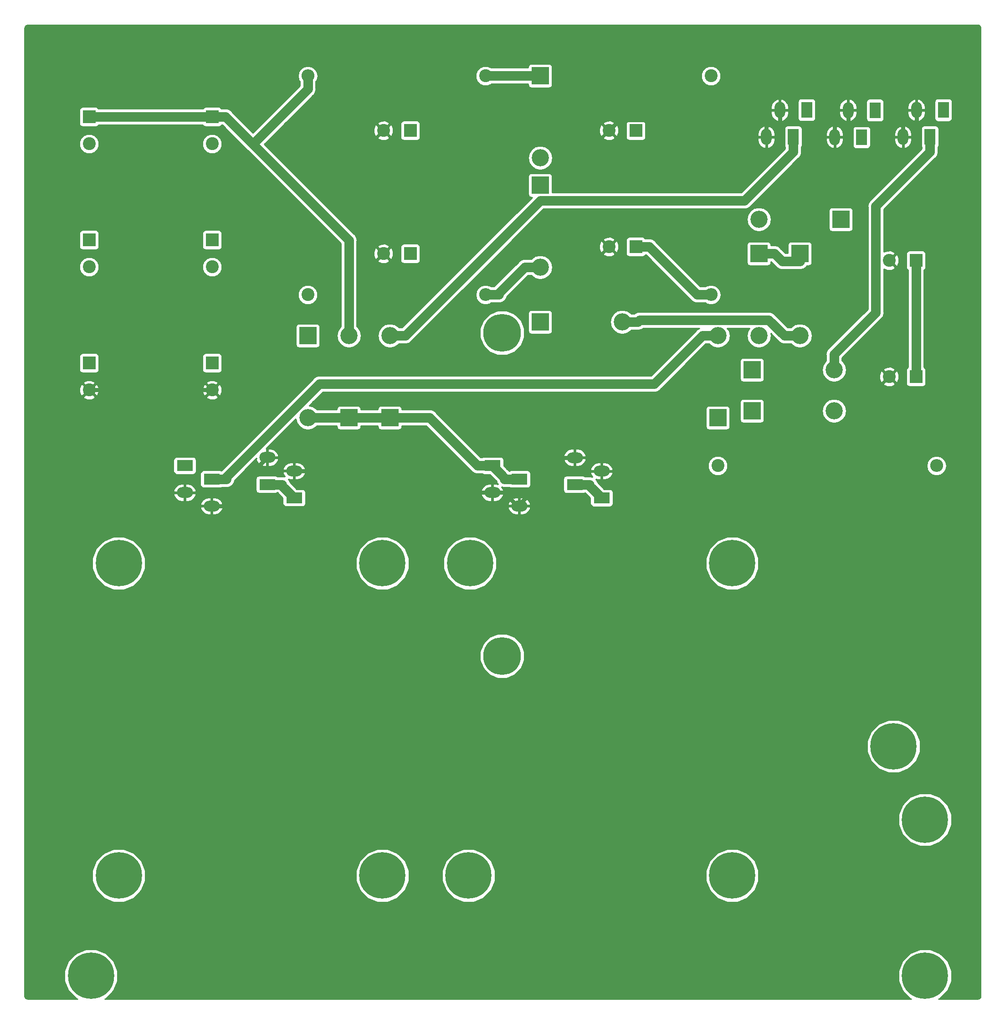
<source format=gbr>
G04 #@! TF.GenerationSoftware,KiCad,Pcbnew,(5.0.2)-1*
G04 #@! TF.CreationDate,2020-01-14T22:42:55+01:00*
G04 #@! TF.ProjectId,WW-Board-Master V2,57572d42-6f61-4726-942d-4d6173746572,rev?*
G04 #@! TF.SameCoordinates,Original*
G04 #@! TF.FileFunction,Copper,L2,Bot*
G04 #@! TF.FilePolarity,Positive*
%FSLAX46Y46*%
G04 Gerber Fmt 4.6, Leading zero omitted, Abs format (unit mm)*
G04 Created by KiCad (PCBNEW (5.0.2)-1) date 14.01.2020 22:42:55*
%MOMM*%
%LPD*%
G01*
G04 APERTURE LIST*
G04 #@! TA.AperFunction,ComponentPad*
%ADD10C,0.900000*%
G04 #@! TD*
G04 #@! TA.AperFunction,ComponentPad*
%ADD11C,8.600000*%
G04 #@! TD*
G04 #@! TA.AperFunction,ComponentPad*
%ADD12C,7.000000*%
G04 #@! TD*
G04 #@! TA.AperFunction,ComponentPad*
%ADD13C,0.800000*%
G04 #@! TD*
G04 #@! TA.AperFunction,ComponentPad*
%ADD14C,2.400000*%
G04 #@! TD*
G04 #@! TA.AperFunction,ComponentPad*
%ADD15R,2.400000X2.400000*%
G04 #@! TD*
G04 #@! TA.AperFunction,ComponentPad*
%ADD16O,3.200000X3.200000*%
G04 #@! TD*
G04 #@! TA.AperFunction,ComponentPad*
%ADD17R,3.200000X3.200000*%
G04 #@! TD*
G04 #@! TA.AperFunction,ComponentPad*
%ADD18R,3.000000X2.000000*%
G04 #@! TD*
G04 #@! TA.AperFunction,ComponentPad*
%ADD19O,3.000000X2.000000*%
G04 #@! TD*
G04 #@! TA.AperFunction,ComponentPad*
%ADD20R,2.000000X3.000000*%
G04 #@! TD*
G04 #@! TA.AperFunction,ComponentPad*
%ADD21O,2.000000X3.000000*%
G04 #@! TD*
G04 #@! TA.AperFunction,ComponentPad*
%ADD22O,2.400000X2.400000*%
G04 #@! TD*
G04 #@! TA.AperFunction,Conductor*
%ADD23C,1.750000*%
G04 #@! TD*
G04 #@! TA.AperFunction,Conductor*
%ADD24C,0.750000*%
G04 #@! TD*
G04 #@! TA.AperFunction,Conductor*
%ADD25C,0.254000*%
G04 #@! TD*
G04 APERTURE END LIST*
D10*
G04 #@! TO.P,REF_09_1,1*
G04 #@! TO.N,N/C*
X29280419Y-187719581D03*
X27000000Y-186775000D03*
X24719581Y-187719581D03*
X23775000Y-190000000D03*
X24719581Y-192280419D03*
X27000000Y-193225000D03*
X29280419Y-192280419D03*
X30225000Y-190000000D03*
D11*
X27000000Y-190000000D03*
G04 #@! TD*
G04 #@! TO.P,REF_09_3,1*
G04 #@! TO.N,N/C*
X182000000Y-161000000D03*
D10*
X185225000Y-161000000D03*
X184280419Y-163280419D03*
X182000000Y-164225000D03*
X179719581Y-163280419D03*
X178775000Y-161000000D03*
X179719581Y-158719581D03*
X182000000Y-157775000D03*
X184280419Y-158719581D03*
G04 #@! TD*
D11*
G04 #@! TO.P,REF_09_2,1*
G04 #@! TO.N,N/C*
X182000000Y-190000000D03*
D10*
X185225000Y-190000000D03*
X184280419Y-192280419D03*
X182000000Y-193225000D03*
X179719581Y-192280419D03*
X178775000Y-190000000D03*
X179719581Y-187719581D03*
X182000000Y-186775000D03*
X184280419Y-187719581D03*
G04 #@! TD*
D12*
G04 #@! TO.P,REF_S2,1*
G04 #@! TO.N,N/C*
X103420000Y-130600000D03*
D13*
X106045000Y-130600000D03*
X105276155Y-132456155D03*
X103420000Y-133225000D03*
X101563845Y-132456155D03*
X100795000Y-130600000D03*
X101563845Y-128743845D03*
X103420000Y-127975000D03*
X105276155Y-128743845D03*
G04 #@! TD*
D12*
G04 #@! TO.P,REF_S1,1*
G04 #@! TO.N,N/C*
X103420000Y-70600000D03*
D13*
X106045000Y-70600000D03*
X105276155Y-72456155D03*
X103420000Y-73225000D03*
X101563845Y-72456155D03*
X100795000Y-70600000D03*
X101563845Y-68743845D03*
X103420000Y-67975000D03*
X105276155Y-68743845D03*
G04 #@! TD*
D10*
G04 #@! TO.P,REF05,1*
G04 #@! TO.N,N/C*
X178455419Y-145099581D03*
X176175000Y-144155000D03*
X173894581Y-145099581D03*
X172950000Y-147380000D03*
X173894581Y-149660419D03*
X176175000Y-150605000D03*
X178455419Y-149660419D03*
X179400000Y-147380000D03*
D11*
X176175000Y-147380000D03*
G04 #@! TD*
D10*
G04 #@! TO.P,REF_04,1*
G04 #@! TO.N,N/C*
X148455419Y-111099581D03*
X146175000Y-110155000D03*
X143894581Y-111099581D03*
X142950000Y-113380000D03*
X143894581Y-115660419D03*
X146175000Y-116605000D03*
X148455419Y-115660419D03*
X149400000Y-113380000D03*
D11*
X146175000Y-113380000D03*
G04 #@! TD*
D10*
G04 #@! TO.P,REF_09_4,1*
G04 #@! TO.N,N/C*
X148455419Y-169099581D03*
X146175000Y-168155000D03*
X143894581Y-169099581D03*
X142950000Y-171380000D03*
X143894581Y-173660419D03*
X146175000Y-174605000D03*
X148455419Y-173660419D03*
X149400000Y-171380000D03*
D11*
X146175000Y-171380000D03*
G04 #@! TD*
D10*
G04 #@! TO.P,REF_08,1*
G04 #@! TO.N,N/C*
X99455419Y-169099581D03*
X97175000Y-168155000D03*
X94894581Y-169099581D03*
X93950000Y-171380000D03*
X94894581Y-173660419D03*
X97175000Y-174605000D03*
X99455419Y-173660419D03*
X100400000Y-171380000D03*
D11*
X97175000Y-171380000D03*
G04 #@! TD*
D10*
G04 #@! TO.P,REF_03,1*
G04 #@! TO.N,N/C*
X99735419Y-111099581D03*
X97455000Y-110155000D03*
X95174581Y-111099581D03*
X94230000Y-113380000D03*
X95174581Y-115660419D03*
X97455000Y-116605000D03*
X99735419Y-115660419D03*
X100680000Y-113380000D03*
D11*
X97455000Y-113380000D03*
G04 #@! TD*
G04 #@! TO.P,REF_01,1*
G04 #@! TO.N,N/C*
X32175000Y-113380000D03*
D10*
X35400000Y-113380000D03*
X34455419Y-115660419D03*
X32175000Y-116605000D03*
X29894581Y-115660419D03*
X28950000Y-113380000D03*
X29894581Y-111099581D03*
X32175000Y-110155000D03*
X34455419Y-111099581D03*
G04 #@! TD*
D11*
G04 #@! TO.P,REF_02,1*
G04 #@! TO.N,N/C*
X81175000Y-113380000D03*
D10*
X84400000Y-113380000D03*
X83455419Y-115660419D03*
X81175000Y-116605000D03*
X78894581Y-115660419D03*
X77950000Y-113380000D03*
X78894581Y-111099581D03*
X81175000Y-110155000D03*
X83455419Y-111099581D03*
G04 #@! TD*
D11*
G04 #@! TO.P,REF_07,1*
G04 #@! TO.N,N/C*
X81175000Y-171380000D03*
D10*
X84400000Y-171380000D03*
X83455419Y-173660419D03*
X81175000Y-174605000D03*
X78894581Y-173660419D03*
X77950000Y-171380000D03*
X78894581Y-169099581D03*
X81175000Y-168155000D03*
X83455419Y-169099581D03*
G04 #@! TD*
G04 #@! TO.P,REF_06,1*
G04 #@! TO.N,N/C*
X34455419Y-169099581D03*
X32175000Y-168155000D03*
X29894581Y-169099581D03*
X28950000Y-171380000D03*
X29894581Y-173660419D03*
X32175000Y-174605000D03*
X34455419Y-173660419D03*
X35400000Y-171380000D03*
D11*
X32175000Y-171380000D03*
G04 #@! TD*
D14*
G04 #@! TO.P,C7,2*
G04 #@! TO.N,GND*
X81360000Y-33020000D03*
D15*
G04 #@! TO.P,C7,1*
G04 #@! TO.N,Net-(C7-Pad1)*
X86360000Y-33020000D03*
G04 #@! TD*
G04 #@! TO.P,C8,1*
G04 #@! TO.N,Net-(C7-Pad1)*
X86360000Y-55880000D03*
D14*
G04 #@! TO.P,C8,2*
G04 #@! TO.N,GND*
X81360000Y-55880000D03*
G04 #@! TD*
G04 #@! TO.P,C9,2*
G04 #@! TO.N,GND*
X123270000Y-33020000D03*
D15*
G04 #@! TO.P,C9,1*
G04 #@! TO.N,Net-(C10-Pad1)*
X128270000Y-33020000D03*
G04 #@! TD*
G04 #@! TO.P,C10,1*
G04 #@! TO.N,Net-(C10-Pad1)*
X128270000Y-54610000D03*
D14*
G04 #@! TO.P,C10,2*
G04 #@! TO.N,GND*
X123270000Y-54610000D03*
G04 #@! TD*
G04 #@! TO.P,C11,2*
G04 #@! TO.N,GND*
X175340000Y-57150000D03*
D15*
G04 #@! TO.P,C11,1*
G04 #@! TO.N,Net-(C11-Pad1)*
X180340000Y-57150000D03*
G04 #@! TD*
G04 #@! TO.P,C12,1*
G04 #@! TO.N,Net-(C11-Pad1)*
X180340000Y-78740000D03*
D14*
G04 #@! TO.P,C12,2*
G04 #@! TO.N,GND*
X175340000Y-78740000D03*
G04 #@! TD*
D16*
G04 #@! TO.P,D1,2*
G04 #@! TO.N,Net-(D1-Pad2)*
X82550000Y-71120000D03*
D17*
G04 #@! TO.P,D1,1*
G04 #@! TO.N,Net-(D1-Pad1)*
X82550000Y-86360000D03*
G04 #@! TD*
G04 #@! TO.P,D2,1*
G04 #@! TO.N,Net-(D1-Pad1)*
X74930000Y-86360000D03*
D16*
G04 #@! TO.P,D2,2*
G04 #@! TO.N,Net-(C1-Pad1)*
X74930000Y-71120000D03*
G04 #@! TD*
G04 #@! TO.P,D3,2*
G04 #@! TO.N,Net-(D1-Pad1)*
X67310000Y-86360000D03*
D17*
G04 #@! TO.P,D3,1*
G04 #@! TO.N,Net-(D3-Pad1)*
X67310000Y-71120000D03*
G04 #@! TD*
G04 #@! TO.P,D4,1*
G04 #@! TO.N,Net-(D4-Pad1)*
X110490000Y-68580000D03*
D16*
G04 #@! TO.P,D4,2*
G04 #@! TO.N,Net-(D4-Pad2)*
X125730000Y-68580000D03*
G04 #@! TD*
G04 #@! TO.P,D5,2*
G04 #@! TO.N,Net-(C7-Pad1)*
X110490000Y-58420000D03*
D17*
G04 #@! TO.P,D5,1*
G04 #@! TO.N,Net-(D4-Pad1)*
X110490000Y-43180000D03*
G04 #@! TD*
G04 #@! TO.P,D6,1*
G04 #@! TO.N,Net-(D6-Pad1)*
X110490000Y-22860000D03*
D16*
G04 #@! TO.P,D6,2*
G04 #@! TO.N,Net-(D4-Pad1)*
X110490000Y-38100000D03*
G04 #@! TD*
D17*
G04 #@! TO.P,D7,1*
G04 #@! TO.N,Net-(D7-Pad1)*
X158750000Y-55880000D03*
D16*
G04 #@! TO.P,D7,2*
G04 #@! TO.N,Net-(D4-Pad2)*
X158750000Y-71120000D03*
G04 #@! TD*
D17*
G04 #@! TO.P,D8,1*
G04 #@! TO.N,Net-(D7-Pad1)*
X151130000Y-55880000D03*
D16*
G04 #@! TO.P,D8,2*
G04 #@! TO.N,Net-(C10-Pad1)*
X151130000Y-71120000D03*
G04 #@! TD*
G04 #@! TO.P,D9,2*
G04 #@! TO.N,Net-(D7-Pad1)*
X151130000Y-49530000D03*
D17*
G04 #@! TO.P,D9,1*
G04 #@! TO.N,Net-(D9-Pad1)*
X166370000Y-49530000D03*
G04 #@! TD*
D16*
G04 #@! TO.P,D10,2*
G04 #@! TO.N,Net-(D10-Pad2)*
X165100000Y-77470000D03*
D17*
G04 #@! TO.P,D10,1*
G04 #@! TO.N,Net-(D10-Pad1)*
X149860000Y-77470000D03*
G04 #@! TD*
G04 #@! TO.P,D11,1*
G04 #@! TO.N,Net-(D10-Pad1)*
X149860000Y-85090000D03*
D16*
G04 #@! TO.P,D11,2*
G04 #@! TO.N,Net-(C11-Pad1)*
X165100000Y-85090000D03*
G04 #@! TD*
G04 #@! TO.P,D12,2*
G04 #@! TO.N,Net-(D10-Pad1)*
X143510000Y-71120000D03*
D17*
G04 #@! TO.P,D12,1*
G04 #@! TO.N,Net-(D12-Pad1)*
X143510000Y-86360000D03*
G04 #@! TD*
D18*
G04 #@! TO.P,J10,1*
G04 #@! TO.N,Net-(D10-Pad1)*
X44450000Y-95250000D03*
X49450000Y-97750000D03*
D19*
G04 #@! TO.P,J10,2*
G04 #@! TO.N,GND*
X44450000Y-100250000D03*
X49450000Y-102750000D03*
G04 #@! TD*
D18*
G04 #@! TO.P,J20,1*
G04 #@! TO.N,Net-(D7-Pad1)*
X64770000Y-101244000D03*
X59770000Y-98744000D03*
D19*
G04 #@! TO.P,J20,2*
G04 #@! TO.N,GND*
X64770000Y-96244000D03*
X59770000Y-93744000D03*
G04 #@! TD*
D18*
G04 #@! TO.P,J21,1*
G04 #@! TO.N,Net-(D4-Pad1)*
X121920000Y-101257000D03*
X116920000Y-98757000D03*
D19*
G04 #@! TO.P,J21,2*
G04 #@! TO.N,GND*
X121920000Y-96257000D03*
X116920000Y-93757000D03*
G04 #@! TD*
G04 #@! TO.P,J22,2*
G04 #@! TO.N,GND*
X106600000Y-102750000D03*
X101600000Y-100250000D03*
D18*
G04 #@! TO.P,J22,1*
G04 #@! TO.N,Net-(D1-Pad1)*
X106600000Y-97750000D03*
X101600000Y-95250000D03*
G04 #@! TD*
D20*
G04 #@! TO.P,J30,1*
G04 #@! TO.N,Net-(D1-Pad2)*
X160020000Y-29210000D03*
X157520000Y-34210000D03*
D21*
G04 #@! TO.P,J30,2*
G04 #@! TO.N,GND*
X155020000Y-29210000D03*
X152520000Y-34210000D03*
G04 #@! TD*
G04 #@! TO.P,J31,2*
G04 #@! TO.N,GND*
X165220000Y-34252500D03*
X167720000Y-29252500D03*
D20*
G04 #@! TO.P,J31,1*
G04 #@! TO.N,Net-(D4-Pad2)*
X170220000Y-34252500D03*
X172720000Y-29252500D03*
G04 #@! TD*
D21*
G04 #@! TO.P,J32,2*
G04 #@! TO.N,GND*
X177920000Y-34210000D03*
X180420000Y-29210000D03*
D20*
G04 #@! TO.P,J32,1*
G04 #@! TO.N,Net-(D10-Pad2)*
X182920000Y-34210000D03*
X185420000Y-29210000D03*
G04 #@! TD*
D22*
G04 #@! TO.P,R1,2*
G04 #@! TO.N,Net-(C1-Pad1)*
X67310000Y-22860000D03*
D14*
G04 #@! TO.P,R1,1*
G04 #@! TO.N,Net-(D3-Pad1)*
X67310000Y-63500000D03*
G04 #@! TD*
G04 #@! TO.P,R2,1*
G04 #@! TO.N,Net-(D6-Pad1)*
X100330000Y-22860000D03*
D22*
G04 #@! TO.P,R2,2*
G04 #@! TO.N,Net-(C7-Pad1)*
X100330000Y-63500000D03*
G04 #@! TD*
G04 #@! TO.P,R3,2*
G04 #@! TO.N,Net-(C10-Pad1)*
X142240000Y-63500000D03*
D14*
G04 #@! TO.P,R3,1*
G04 #@! TO.N,Net-(D9-Pad1)*
X142240000Y-22860000D03*
G04 #@! TD*
G04 #@! TO.P,R4,1*
G04 #@! TO.N,Net-(D12-Pad1)*
X143510000Y-95250000D03*
D22*
G04 #@! TO.P,R4,2*
G04 #@! TO.N,Net-(C11-Pad1)*
X184150000Y-95250000D03*
G04 #@! TD*
D15*
G04 #@! TO.P,C2,1*
G04 #@! TO.N,Net-(C1-Pad1)*
X49530000Y-30480000D03*
D14*
G04 #@! TO.P,C2,2*
G04 #@! TO.N,Net-(C2-Pad2)*
X49530000Y-35480000D03*
G04 #@! TD*
D15*
G04 #@! TO.P,C3,1*
G04 #@! TO.N,Net-(C1-Pad2)*
X26670000Y-53340000D03*
D14*
G04 #@! TO.P,C3,2*
G04 #@! TO.N,Net-(C3-Pad2)*
X26670000Y-58340000D03*
G04 #@! TD*
D15*
G04 #@! TO.P,C4,1*
G04 #@! TO.N,Net-(C2-Pad2)*
X49530000Y-53340000D03*
D14*
G04 #@! TO.P,C4,2*
G04 #@! TO.N,Net-(C4-Pad2)*
X49530000Y-58340000D03*
G04 #@! TD*
G04 #@! TO.P,C5,2*
G04 #@! TO.N,GND*
X26670000Y-81200000D03*
D15*
G04 #@! TO.P,C5,1*
G04 #@! TO.N,Net-(C3-Pad2)*
X26670000Y-76200000D03*
G04 #@! TD*
D14*
G04 #@! TO.P,C6,2*
G04 #@! TO.N,GND*
X49530000Y-81200000D03*
D15*
G04 #@! TO.P,C6,1*
G04 #@! TO.N,Net-(C4-Pad2)*
X49530000Y-76200000D03*
G04 #@! TD*
G04 #@! TO.P,C1,1*
G04 #@! TO.N,Net-(C1-Pad1)*
X26670000Y-30480000D03*
D14*
G04 #@! TO.P,C1,2*
G04 #@! TO.N,Net-(C1-Pad2)*
X26670000Y-35480000D03*
G04 #@! TD*
D23*
G04 #@! TO.N,Net-(C1-Pad1)*
X57085300Y-35560000D02*
X74930000Y-53404700D01*
X74930000Y-53404700D02*
X74930000Y-71120000D01*
X51467700Y-30480000D02*
X52005300Y-30480000D01*
X52005300Y-30480000D02*
X57085300Y-35560000D01*
X57085300Y-35560000D02*
X67310000Y-25335300D01*
X67310000Y-22860000D02*
X67310000Y-25335300D01*
X49530000Y-30480000D02*
X51467700Y-30480000D01*
X26670000Y-30480000D02*
X49530000Y-30480000D01*
G04 #@! TO.N,Net-(D1-Pad1)*
X101600000Y-95250000D02*
X98824700Y-95250000D01*
X101600000Y-95250000D02*
X103824700Y-97474700D01*
X103824700Y-97474700D02*
X103824700Y-97750000D01*
X82550000Y-86360000D02*
X89934700Y-86360000D01*
X89934700Y-86360000D02*
X98824700Y-95250000D01*
X106600000Y-97750000D02*
X103824700Y-97750000D01*
X74930000Y-86360000D02*
X82550000Y-86360000D01*
X67310000Y-86360000D02*
X74930000Y-86360000D01*
G04 #@! TO.N,Net-(D1-Pad2)*
X82550000Y-71120000D02*
X85425300Y-71120000D01*
X157520000Y-34210000D02*
X157520000Y-36985300D01*
X157520000Y-36985300D02*
X148449900Y-46055400D01*
X148449900Y-46055400D02*
X110489900Y-46055400D01*
X110489900Y-46055400D02*
X85425300Y-71120000D01*
G04 #@! TO.N,Net-(D4-Pad2)*
X125730000Y-68580000D02*
X128605300Y-68580000D01*
X158750000Y-71120000D02*
X155874700Y-71120000D01*
X155874700Y-71120000D02*
X152949500Y-68194800D01*
X152949500Y-68194800D02*
X128990500Y-68194800D01*
X128990500Y-68194800D02*
X128605300Y-68580000D01*
D24*
G04 #@! TO.N,GND*
X180420000Y-29210000D02*
X180420000Y-31460000D01*
X180420000Y-31460000D02*
X178420000Y-31460000D01*
X178420000Y-31460000D02*
X177920000Y-31960000D01*
X177920000Y-34210000D02*
X177920000Y-31960000D01*
X167720000Y-31527700D02*
X168152300Y-31960000D01*
X168152300Y-31960000D02*
X177920000Y-31960000D01*
X167720000Y-31527700D02*
X167245200Y-32002500D01*
X167245200Y-32002500D02*
X165220000Y-32002500D01*
X167720000Y-31502500D02*
X167720000Y-31527700D01*
X167720000Y-29252500D02*
X167720000Y-31502500D01*
X165220000Y-34252500D02*
X165220000Y-32002500D01*
X155020000Y-31578600D02*
X164796100Y-31578600D01*
X164796100Y-31578600D02*
X165220000Y-32002500D01*
X155020000Y-31578600D02*
X154638600Y-31960000D01*
X154638600Y-31960000D02*
X152520000Y-31960000D01*
X155020000Y-31460000D02*
X155020000Y-31578600D01*
X101600000Y-100250000D02*
X103850000Y-100250000D01*
X103850000Y-100250000D02*
X103850000Y-100310500D01*
X103850000Y-100310500D02*
X106289500Y-102750000D01*
X67020000Y-96244000D02*
X71026000Y-100250000D01*
X71026000Y-100250000D02*
X101600000Y-100250000D01*
X64770000Y-96244000D02*
X67020000Y-96244000D01*
X49450000Y-102750000D02*
X51700000Y-102750000D01*
X59770000Y-93744000D02*
X51700000Y-101814000D01*
X51700000Y-101814000D02*
X51700000Y-102750000D01*
X116920000Y-93757000D02*
X114670000Y-93757000D01*
X106289500Y-102750000D02*
X114670000Y-94369500D01*
X114670000Y-94369500D02*
X114670000Y-93757000D01*
X106600000Y-102750000D02*
X106289500Y-102750000D01*
X152520000Y-34210000D02*
X152520000Y-31960000D01*
X123270000Y-33020000D02*
X125279900Y-31010100D01*
X125279900Y-31010100D02*
X151570100Y-31010100D01*
X151570100Y-31010100D02*
X152520000Y-31960000D01*
X155020000Y-29210000D02*
X155020000Y-31460000D01*
X26670000Y-81200000D02*
X49530000Y-81200000D01*
D23*
G04 #@! TO.N,Net-(C7-Pad1)*
X100330000Y-63500000D02*
X102805300Y-63500000D01*
X110490000Y-58420000D02*
X107614700Y-58420000D01*
X102805300Y-63500000D02*
X102805300Y-63229400D01*
X102805300Y-63229400D02*
X107614700Y-58420000D01*
G04 #@! TO.N,Net-(C10-Pad1)*
X128270000Y-54610000D02*
X130745300Y-54610000D01*
X142240000Y-63500000D02*
X139635300Y-63500000D01*
X139635300Y-63500000D02*
X130745300Y-54610000D01*
G04 #@! TO.N,Net-(C11-Pad1)*
X180340000Y-78740000D02*
X180340000Y-57150000D01*
G04 #@! TO.N,Net-(D4-Pad1)*
X116920000Y-98757000D02*
X119695300Y-98757000D01*
X119695300Y-98757000D02*
X119695300Y-99032300D01*
X119695300Y-99032300D02*
X121920000Y-101257000D01*
G04 #@! TO.N,Net-(D6-Pad1)*
X100330000Y-22860000D02*
X110490000Y-22860000D01*
G04 #@! TO.N,Net-(D7-Pad1)*
X62545300Y-98744000D02*
X62545300Y-99019300D01*
X62545300Y-99019300D02*
X64770000Y-101244000D01*
X158750000Y-57317600D02*
X155442900Y-57317600D01*
X155442900Y-57317600D02*
X154005300Y-55880000D01*
X151130000Y-55880000D02*
X154005300Y-55880000D01*
X158750000Y-55880000D02*
X158750000Y-57317600D01*
X59770000Y-98744000D02*
X62545300Y-98744000D01*
G04 #@! TO.N,Net-(D10-Pad2)*
X165100000Y-77470000D02*
X165100000Y-74594700D01*
X182920000Y-34210000D02*
X182920000Y-36985300D01*
X182920000Y-36985300D02*
X172864600Y-47040700D01*
X172864600Y-47040700D02*
X172864600Y-66830100D01*
X172864600Y-66830100D02*
X165100000Y-74594700D01*
G04 #@! TO.N,Net-(D10-Pad1)*
X143510000Y-71120000D02*
X140634700Y-71120000D01*
X49450000Y-97750000D02*
X52225300Y-97750000D01*
X52225300Y-97750000D02*
X52225300Y-97323400D01*
X52225300Y-97323400D02*
X69484500Y-80064200D01*
X69484500Y-80064200D02*
X131690500Y-80064200D01*
X131690500Y-80064200D02*
X140634700Y-71120000D01*
G04 #@! TD*
D25*
G04 #@! TO.N,GND*
G36*
X191957787Y-13454065D02*
X192122920Y-13549405D01*
X192245488Y-13695477D01*
X192321555Y-13904465D01*
X192330000Y-14000996D01*
X192330001Y-193667875D01*
X192285935Y-193917787D01*
X192190596Y-194082919D01*
X192044524Y-194205488D01*
X191835532Y-194281555D01*
X191739004Y-194290000D01*
X184538800Y-194290000D01*
X184795453Y-194183691D01*
X186183691Y-192795453D01*
X186935000Y-190981632D01*
X186935000Y-189018368D01*
X186183691Y-187204547D01*
X184795453Y-185816309D01*
X182981632Y-185065000D01*
X181018368Y-185065000D01*
X179204547Y-185816309D01*
X177816309Y-187204547D01*
X177065000Y-189018368D01*
X177065000Y-190981632D01*
X177816309Y-192795453D01*
X179204547Y-194183691D01*
X179461200Y-194290000D01*
X29538800Y-194290000D01*
X29795453Y-194183691D01*
X31183691Y-192795453D01*
X31935000Y-190981632D01*
X31935000Y-189018368D01*
X31183691Y-187204547D01*
X29795453Y-185816309D01*
X27981632Y-185065000D01*
X26018368Y-185065000D01*
X24204547Y-185816309D01*
X22816309Y-187204547D01*
X22065000Y-189018368D01*
X22065000Y-190981632D01*
X22816309Y-192795453D01*
X24204547Y-194183691D01*
X24461200Y-194290000D01*
X15302119Y-194290000D01*
X15052213Y-194245935D01*
X14887081Y-194150596D01*
X14764512Y-194004524D01*
X14688445Y-193795532D01*
X14680000Y-193699004D01*
X14680000Y-170398368D01*
X27240000Y-170398368D01*
X27240000Y-172361632D01*
X27991309Y-174175453D01*
X29379547Y-175563691D01*
X31193368Y-176315000D01*
X33156632Y-176315000D01*
X34970453Y-175563691D01*
X36358691Y-174175453D01*
X37110000Y-172361632D01*
X37110000Y-170398368D01*
X76240000Y-170398368D01*
X76240000Y-172361632D01*
X76991309Y-174175453D01*
X78379547Y-175563691D01*
X80193368Y-176315000D01*
X82156632Y-176315000D01*
X83970453Y-175563691D01*
X85358691Y-174175453D01*
X86110000Y-172361632D01*
X86110000Y-170398368D01*
X92240000Y-170398368D01*
X92240000Y-172361632D01*
X92991309Y-174175453D01*
X94379547Y-175563691D01*
X96193368Y-176315000D01*
X98156632Y-176315000D01*
X99970453Y-175563691D01*
X101358691Y-174175453D01*
X102110000Y-172361632D01*
X102110000Y-170398368D01*
X141240000Y-170398368D01*
X141240000Y-172361632D01*
X141991309Y-174175453D01*
X143379547Y-175563691D01*
X145193368Y-176315000D01*
X147156632Y-176315000D01*
X148970453Y-175563691D01*
X150358691Y-174175453D01*
X151110000Y-172361632D01*
X151110000Y-170398368D01*
X150358691Y-168584547D01*
X148970453Y-167196309D01*
X147156632Y-166445000D01*
X145193368Y-166445000D01*
X143379547Y-167196309D01*
X141991309Y-168584547D01*
X141240000Y-170398368D01*
X102110000Y-170398368D01*
X101358691Y-168584547D01*
X99970453Y-167196309D01*
X98156632Y-166445000D01*
X96193368Y-166445000D01*
X94379547Y-167196309D01*
X92991309Y-168584547D01*
X92240000Y-170398368D01*
X86110000Y-170398368D01*
X85358691Y-168584547D01*
X83970453Y-167196309D01*
X82156632Y-166445000D01*
X80193368Y-166445000D01*
X78379547Y-167196309D01*
X76991309Y-168584547D01*
X76240000Y-170398368D01*
X37110000Y-170398368D01*
X36358691Y-168584547D01*
X34970453Y-167196309D01*
X33156632Y-166445000D01*
X31193368Y-166445000D01*
X29379547Y-167196309D01*
X27991309Y-168584547D01*
X27240000Y-170398368D01*
X14680000Y-170398368D01*
X14680000Y-160018368D01*
X177065000Y-160018368D01*
X177065000Y-161981632D01*
X177816309Y-163795453D01*
X179204547Y-165183691D01*
X181018368Y-165935000D01*
X182981632Y-165935000D01*
X184795453Y-165183691D01*
X186183691Y-163795453D01*
X186935000Y-161981632D01*
X186935000Y-160018368D01*
X186183691Y-158204547D01*
X184795453Y-156816309D01*
X182981632Y-156065000D01*
X181018368Y-156065000D01*
X179204547Y-156816309D01*
X177816309Y-158204547D01*
X177065000Y-160018368D01*
X14680000Y-160018368D01*
X14680000Y-146398368D01*
X171240000Y-146398368D01*
X171240000Y-148361632D01*
X171991309Y-150175453D01*
X173379547Y-151563691D01*
X175193368Y-152315000D01*
X177156632Y-152315000D01*
X178970453Y-151563691D01*
X180358691Y-150175453D01*
X181110000Y-148361632D01*
X181110000Y-146398368D01*
X180358691Y-144584547D01*
X178970453Y-143196309D01*
X177156632Y-142445000D01*
X175193368Y-142445000D01*
X173379547Y-143196309D01*
X171991309Y-144584547D01*
X171240000Y-146398368D01*
X14680000Y-146398368D01*
X14680000Y-129777497D01*
X99285000Y-129777497D01*
X99285000Y-131422503D01*
X99914517Y-132942289D01*
X101077711Y-134105483D01*
X102597497Y-134735000D01*
X104242503Y-134735000D01*
X105762289Y-134105483D01*
X106925483Y-132942289D01*
X107555000Y-131422503D01*
X107555000Y-129777497D01*
X106925483Y-128257711D01*
X105762289Y-127094517D01*
X104242503Y-126465000D01*
X102597497Y-126465000D01*
X101077711Y-127094517D01*
X99914517Y-128257711D01*
X99285000Y-129777497D01*
X14680000Y-129777497D01*
X14680000Y-112398368D01*
X27240000Y-112398368D01*
X27240000Y-114361632D01*
X27991309Y-116175453D01*
X29379547Y-117563691D01*
X31193368Y-118315000D01*
X33156632Y-118315000D01*
X34970453Y-117563691D01*
X36358691Y-116175453D01*
X37110000Y-114361632D01*
X37110000Y-112398368D01*
X76240000Y-112398368D01*
X76240000Y-114361632D01*
X76991309Y-116175453D01*
X78379547Y-117563691D01*
X80193368Y-118315000D01*
X82156632Y-118315000D01*
X83970453Y-117563691D01*
X85358691Y-116175453D01*
X86110000Y-114361632D01*
X86110000Y-112398368D01*
X92520000Y-112398368D01*
X92520000Y-114361632D01*
X93271309Y-116175453D01*
X94659547Y-117563691D01*
X96473368Y-118315000D01*
X98436632Y-118315000D01*
X100250453Y-117563691D01*
X101638691Y-116175453D01*
X102390000Y-114361632D01*
X102390000Y-112398368D01*
X141240000Y-112398368D01*
X141240000Y-114361632D01*
X141991309Y-116175453D01*
X143379547Y-117563691D01*
X145193368Y-118315000D01*
X147156632Y-118315000D01*
X148970453Y-117563691D01*
X150358691Y-116175453D01*
X151110000Y-114361632D01*
X151110000Y-112398368D01*
X150358691Y-110584547D01*
X148970453Y-109196309D01*
X147156632Y-108445000D01*
X145193368Y-108445000D01*
X143379547Y-109196309D01*
X141991309Y-110584547D01*
X141240000Y-112398368D01*
X102390000Y-112398368D01*
X101638691Y-110584547D01*
X100250453Y-109196309D01*
X98436632Y-108445000D01*
X96473368Y-108445000D01*
X94659547Y-109196309D01*
X93271309Y-110584547D01*
X92520000Y-112398368D01*
X86110000Y-112398368D01*
X85358691Y-110584547D01*
X83970453Y-109196309D01*
X82156632Y-108445000D01*
X80193368Y-108445000D01*
X78379547Y-109196309D01*
X76991309Y-110584547D01*
X76240000Y-112398368D01*
X37110000Y-112398368D01*
X36358691Y-110584547D01*
X34970453Y-109196309D01*
X33156632Y-108445000D01*
X31193368Y-108445000D01*
X29379547Y-109196309D01*
X27991309Y-110584547D01*
X27240000Y-112398368D01*
X14680000Y-112398368D01*
X14680000Y-103130434D01*
X47359876Y-103130434D01*
X47390856Y-103258355D01*
X47704078Y-103816317D01*
X48206980Y-104211942D01*
X48823000Y-104385000D01*
X49323000Y-104385000D01*
X49323000Y-102877000D01*
X49577000Y-102877000D01*
X49577000Y-104385000D01*
X50077000Y-104385000D01*
X50693020Y-104211942D01*
X51195922Y-103816317D01*
X51509144Y-103258355D01*
X51540124Y-103130434D01*
X104509876Y-103130434D01*
X104540856Y-103258355D01*
X104854078Y-103816317D01*
X105356980Y-104211942D01*
X105973000Y-104385000D01*
X106473000Y-104385000D01*
X106473000Y-102877000D01*
X106727000Y-102877000D01*
X106727000Y-104385000D01*
X107227000Y-104385000D01*
X107843020Y-104211942D01*
X108345922Y-103816317D01*
X108659144Y-103258355D01*
X108690124Y-103130434D01*
X108570777Y-102877000D01*
X106727000Y-102877000D01*
X106473000Y-102877000D01*
X104629223Y-102877000D01*
X104509876Y-103130434D01*
X51540124Y-103130434D01*
X51420777Y-102877000D01*
X49577000Y-102877000D01*
X49323000Y-102877000D01*
X47479223Y-102877000D01*
X47359876Y-103130434D01*
X14680000Y-103130434D01*
X14680000Y-102369566D01*
X47359876Y-102369566D01*
X47479223Y-102623000D01*
X49323000Y-102623000D01*
X49323000Y-101115000D01*
X49577000Y-101115000D01*
X49577000Y-102623000D01*
X51420777Y-102623000D01*
X51540124Y-102369566D01*
X51509144Y-102241645D01*
X51195922Y-101683683D01*
X50693020Y-101288058D01*
X50077000Y-101115000D01*
X49577000Y-101115000D01*
X49323000Y-101115000D01*
X48823000Y-101115000D01*
X48206980Y-101288058D01*
X47704078Y-101683683D01*
X47390856Y-102241645D01*
X47359876Y-102369566D01*
X14680000Y-102369566D01*
X14680000Y-100630434D01*
X42359876Y-100630434D01*
X42390856Y-100758355D01*
X42704078Y-101316317D01*
X43206980Y-101711942D01*
X43823000Y-101885000D01*
X44323000Y-101885000D01*
X44323000Y-100377000D01*
X44577000Y-100377000D01*
X44577000Y-101885000D01*
X45077000Y-101885000D01*
X45693020Y-101711942D01*
X46195922Y-101316317D01*
X46509144Y-100758355D01*
X46540124Y-100630434D01*
X46420777Y-100377000D01*
X44577000Y-100377000D01*
X44323000Y-100377000D01*
X42479223Y-100377000D01*
X42359876Y-100630434D01*
X14680000Y-100630434D01*
X14680000Y-99869566D01*
X42359876Y-99869566D01*
X42479223Y-100123000D01*
X44323000Y-100123000D01*
X44323000Y-98615000D01*
X44577000Y-98615000D01*
X44577000Y-100123000D01*
X46420777Y-100123000D01*
X46540124Y-99869566D01*
X46509144Y-99741645D01*
X46195922Y-99183683D01*
X45693020Y-98788058D01*
X45077000Y-98615000D01*
X44577000Y-98615000D01*
X44323000Y-98615000D01*
X43823000Y-98615000D01*
X43206980Y-98788058D01*
X42704078Y-99183683D01*
X42390856Y-99741645D01*
X42359876Y-99869566D01*
X14680000Y-99869566D01*
X14680000Y-94250000D01*
X42302560Y-94250000D01*
X42302560Y-96250000D01*
X42351843Y-96497765D01*
X42492191Y-96707809D01*
X42702235Y-96848157D01*
X42950000Y-96897440D01*
X45950000Y-96897440D01*
X46197765Y-96848157D01*
X46344666Y-96750000D01*
X47302560Y-96750000D01*
X47302560Y-98750000D01*
X47351843Y-98997765D01*
X47492191Y-99207809D01*
X47702235Y-99348157D01*
X47950000Y-99397440D01*
X50950000Y-99397440D01*
X51197765Y-99348157D01*
X51329700Y-99260000D01*
X52076582Y-99260000D01*
X52225300Y-99289582D01*
X52374018Y-99260000D01*
X52814473Y-99172388D01*
X53313949Y-98838649D01*
X53647688Y-98339173D01*
X53722849Y-97961312D01*
X53940161Y-97744000D01*
X57622560Y-97744000D01*
X57622560Y-99744000D01*
X57671843Y-99991765D01*
X57812191Y-100201809D01*
X58022235Y-100342157D01*
X58270000Y-100391440D01*
X61270000Y-100391440D01*
X61517765Y-100342157D01*
X61646606Y-100256067D01*
X62622560Y-101232022D01*
X62622560Y-102244000D01*
X62671843Y-102491765D01*
X62812191Y-102701809D01*
X63022235Y-102842157D01*
X63270000Y-102891440D01*
X66270000Y-102891440D01*
X66517765Y-102842157D01*
X66727809Y-102701809D01*
X66868157Y-102491765D01*
X66892463Y-102369566D01*
X104509876Y-102369566D01*
X104629223Y-102623000D01*
X106473000Y-102623000D01*
X106473000Y-101115000D01*
X106727000Y-101115000D01*
X106727000Y-102623000D01*
X108570777Y-102623000D01*
X108690124Y-102369566D01*
X108659144Y-102241645D01*
X108345922Y-101683683D01*
X107843020Y-101288058D01*
X107227000Y-101115000D01*
X106727000Y-101115000D01*
X106473000Y-101115000D01*
X105973000Y-101115000D01*
X105356980Y-101288058D01*
X104854078Y-101683683D01*
X104540856Y-102241645D01*
X104509876Y-102369566D01*
X66892463Y-102369566D01*
X66917440Y-102244000D01*
X66917440Y-100630434D01*
X99509876Y-100630434D01*
X99540856Y-100758355D01*
X99854078Y-101316317D01*
X100356980Y-101711942D01*
X100973000Y-101885000D01*
X101473000Y-101885000D01*
X101473000Y-100377000D01*
X101727000Y-100377000D01*
X101727000Y-101885000D01*
X102227000Y-101885000D01*
X102843020Y-101711942D01*
X103345922Y-101316317D01*
X103659144Y-100758355D01*
X103690124Y-100630434D01*
X103570777Y-100377000D01*
X101727000Y-100377000D01*
X101473000Y-100377000D01*
X99629223Y-100377000D01*
X99509876Y-100630434D01*
X66917440Y-100630434D01*
X66917440Y-100244000D01*
X66868157Y-99996235D01*
X66783519Y-99869566D01*
X99509876Y-99869566D01*
X99629223Y-100123000D01*
X101473000Y-100123000D01*
X101473000Y-98615000D01*
X100973000Y-98615000D01*
X100356980Y-98788058D01*
X99854078Y-99183683D01*
X99540856Y-99741645D01*
X99509876Y-99869566D01*
X66783519Y-99869566D01*
X66727809Y-99786191D01*
X66517765Y-99645843D01*
X66270000Y-99596560D01*
X65258022Y-99596560D01*
X64005281Y-98343820D01*
X63967688Y-98154827D01*
X63700284Y-97754628D01*
X64143000Y-97879000D01*
X64643000Y-97879000D01*
X64643000Y-96371000D01*
X64897000Y-96371000D01*
X64897000Y-97879000D01*
X65397000Y-97879000D01*
X66013020Y-97705942D01*
X66515922Y-97310317D01*
X66829144Y-96752355D01*
X66860124Y-96624434D01*
X66740777Y-96371000D01*
X64897000Y-96371000D01*
X64643000Y-96371000D01*
X62799223Y-96371000D01*
X62679876Y-96624434D01*
X62710856Y-96752355D01*
X63017339Y-97298313D01*
X62694018Y-97234000D01*
X62545300Y-97204418D01*
X62396582Y-97234000D01*
X61649700Y-97234000D01*
X61517765Y-97145843D01*
X61270000Y-97096560D01*
X58270000Y-97096560D01*
X58022235Y-97145843D01*
X57812191Y-97286191D01*
X57671843Y-97496235D01*
X57622560Y-97744000D01*
X53940161Y-97744000D01*
X55820595Y-95863566D01*
X62679876Y-95863566D01*
X62799223Y-96117000D01*
X64643000Y-96117000D01*
X64643000Y-94609000D01*
X64897000Y-94609000D01*
X64897000Y-96117000D01*
X66740777Y-96117000D01*
X66860124Y-95863566D01*
X66829144Y-95735645D01*
X66515922Y-95177683D01*
X66013020Y-94782058D01*
X65397000Y-94609000D01*
X64897000Y-94609000D01*
X64643000Y-94609000D01*
X64143000Y-94609000D01*
X63526980Y-94782058D01*
X63024078Y-95177683D01*
X62710856Y-95735645D01*
X62679876Y-95863566D01*
X55820595Y-95863566D01*
X57786817Y-93897344D01*
X57679876Y-94124434D01*
X57710856Y-94252355D01*
X58024078Y-94810317D01*
X58526980Y-95205942D01*
X59143000Y-95379000D01*
X59643000Y-95379000D01*
X59643000Y-93871000D01*
X59897000Y-93871000D01*
X59897000Y-95379000D01*
X60397000Y-95379000D01*
X61013020Y-95205942D01*
X61515922Y-94810317D01*
X61829144Y-94252355D01*
X61860124Y-94124434D01*
X61740777Y-93871000D01*
X59897000Y-93871000D01*
X59643000Y-93871000D01*
X59623000Y-93871000D01*
X59623000Y-93617000D01*
X59643000Y-93617000D01*
X59643000Y-92109000D01*
X59897000Y-92109000D01*
X59897000Y-93617000D01*
X61740777Y-93617000D01*
X61860124Y-93363566D01*
X61829144Y-93235645D01*
X61515922Y-92677683D01*
X61013020Y-92282058D01*
X60397000Y-92109000D01*
X59897000Y-92109000D01*
X59643000Y-92109000D01*
X59575161Y-92109000D01*
X65079817Y-86604345D01*
X65204676Y-87232054D01*
X65698655Y-87971345D01*
X66437946Y-88465324D01*
X67089872Y-88595000D01*
X67530128Y-88595000D01*
X68182054Y-88465324D01*
X68921345Y-87971345D01*
X68989062Y-87870000D01*
X72682560Y-87870000D01*
X72682560Y-87960000D01*
X72731843Y-88207765D01*
X72872191Y-88417809D01*
X73082235Y-88558157D01*
X73330000Y-88607440D01*
X76530000Y-88607440D01*
X76777765Y-88558157D01*
X76987809Y-88417809D01*
X77128157Y-88207765D01*
X77177440Y-87960000D01*
X77177440Y-87870000D01*
X80302560Y-87870000D01*
X80302560Y-87960000D01*
X80351843Y-88207765D01*
X80492191Y-88417809D01*
X80702235Y-88558157D01*
X80950000Y-88607440D01*
X84150000Y-88607440D01*
X84397765Y-88558157D01*
X84607809Y-88417809D01*
X84748157Y-88207765D01*
X84797440Y-87960000D01*
X84797440Y-87870000D01*
X89309239Y-87870000D01*
X97651808Y-96212571D01*
X97736051Y-96338649D01*
X98235527Y-96672388D01*
X98675982Y-96760000D01*
X98824700Y-96789582D01*
X98973418Y-96760000D01*
X99720300Y-96760000D01*
X99852235Y-96848157D01*
X100100000Y-96897440D01*
X101111979Y-96897440D01*
X102364719Y-98150181D01*
X102402312Y-98339173D01*
X102669716Y-98739372D01*
X102227000Y-98615000D01*
X101727000Y-98615000D01*
X101727000Y-100123000D01*
X103570777Y-100123000D01*
X103690124Y-99869566D01*
X103659144Y-99741645D01*
X103352661Y-99195687D01*
X103675982Y-99260000D01*
X103824700Y-99289582D01*
X103973418Y-99260000D01*
X104720300Y-99260000D01*
X104852235Y-99348157D01*
X105100000Y-99397440D01*
X108100000Y-99397440D01*
X108347765Y-99348157D01*
X108557809Y-99207809D01*
X108698157Y-98997765D01*
X108747440Y-98750000D01*
X108747440Y-97757000D01*
X114772560Y-97757000D01*
X114772560Y-99757000D01*
X114821843Y-100004765D01*
X114962191Y-100214809D01*
X115172235Y-100355157D01*
X115420000Y-100404440D01*
X118420000Y-100404440D01*
X118667765Y-100355157D01*
X118796606Y-100269067D01*
X119772560Y-101245022D01*
X119772560Y-102257000D01*
X119821843Y-102504765D01*
X119962191Y-102714809D01*
X120172235Y-102855157D01*
X120420000Y-102904440D01*
X123420000Y-102904440D01*
X123667765Y-102855157D01*
X123877809Y-102714809D01*
X124018157Y-102504765D01*
X124067440Y-102257000D01*
X124067440Y-100257000D01*
X124018157Y-100009235D01*
X123877809Y-99799191D01*
X123667765Y-99658843D01*
X123420000Y-99609560D01*
X122408022Y-99609560D01*
X121155281Y-98356820D01*
X121117688Y-98167827D01*
X120850284Y-97767628D01*
X121293000Y-97892000D01*
X121793000Y-97892000D01*
X121793000Y-96384000D01*
X122047000Y-96384000D01*
X122047000Y-97892000D01*
X122547000Y-97892000D01*
X123163020Y-97718942D01*
X123665922Y-97323317D01*
X123979144Y-96765355D01*
X124010124Y-96637434D01*
X123890777Y-96384000D01*
X122047000Y-96384000D01*
X121793000Y-96384000D01*
X119949223Y-96384000D01*
X119829876Y-96637434D01*
X119860856Y-96765355D01*
X120167339Y-97311313D01*
X119844018Y-97247000D01*
X119695300Y-97217418D01*
X119546582Y-97247000D01*
X118799700Y-97247000D01*
X118667765Y-97158843D01*
X118420000Y-97109560D01*
X115420000Y-97109560D01*
X115172235Y-97158843D01*
X114962191Y-97299191D01*
X114821843Y-97509235D01*
X114772560Y-97757000D01*
X108747440Y-97757000D01*
X108747440Y-96750000D01*
X108698157Y-96502235D01*
X108557809Y-96292191D01*
X108347765Y-96151843D01*
X108100000Y-96102560D01*
X105100000Y-96102560D01*
X104852235Y-96151843D01*
X104723394Y-96237932D01*
X104362028Y-95876566D01*
X119829876Y-95876566D01*
X119949223Y-96130000D01*
X121793000Y-96130000D01*
X121793000Y-94622000D01*
X122047000Y-94622000D01*
X122047000Y-96130000D01*
X123890777Y-96130000D01*
X124010124Y-95876566D01*
X123979144Y-95748645D01*
X123665922Y-95190683D01*
X123277346Y-94884996D01*
X141675000Y-94884996D01*
X141675000Y-95615004D01*
X141954362Y-96289444D01*
X142470556Y-96805638D01*
X143144996Y-97085000D01*
X143875004Y-97085000D01*
X144549444Y-96805638D01*
X145065638Y-96289444D01*
X145345000Y-95615004D01*
X145345000Y-95250000D01*
X182279051Y-95250000D01*
X182421469Y-95965981D01*
X182827039Y-96572961D01*
X183434019Y-96978531D01*
X183969273Y-97085000D01*
X184330727Y-97085000D01*
X184865981Y-96978531D01*
X185472961Y-96572961D01*
X185878531Y-95965981D01*
X186020949Y-95250000D01*
X185878531Y-94534019D01*
X185472961Y-93927039D01*
X184865981Y-93521469D01*
X184330727Y-93415000D01*
X183969273Y-93415000D01*
X183434019Y-93521469D01*
X182827039Y-93927039D01*
X182421469Y-94534019D01*
X182279051Y-95250000D01*
X145345000Y-95250000D01*
X145345000Y-94884996D01*
X145065638Y-94210556D01*
X144549444Y-93694362D01*
X143875004Y-93415000D01*
X143144996Y-93415000D01*
X142470556Y-93694362D01*
X141954362Y-94210556D01*
X141675000Y-94884996D01*
X123277346Y-94884996D01*
X123163020Y-94795058D01*
X122547000Y-94622000D01*
X122047000Y-94622000D01*
X121793000Y-94622000D01*
X121293000Y-94622000D01*
X120676980Y-94795058D01*
X120174078Y-95190683D01*
X119860856Y-95748645D01*
X119829876Y-95876566D01*
X104362028Y-95876566D01*
X103747440Y-95261979D01*
X103747440Y-94250000D01*
X103725050Y-94137434D01*
X114829876Y-94137434D01*
X114860856Y-94265355D01*
X115174078Y-94823317D01*
X115676980Y-95218942D01*
X116293000Y-95392000D01*
X116793000Y-95392000D01*
X116793000Y-93884000D01*
X117047000Y-93884000D01*
X117047000Y-95392000D01*
X117547000Y-95392000D01*
X118163020Y-95218942D01*
X118665922Y-94823317D01*
X118979144Y-94265355D01*
X119010124Y-94137434D01*
X118890777Y-93884000D01*
X117047000Y-93884000D01*
X116793000Y-93884000D01*
X114949223Y-93884000D01*
X114829876Y-94137434D01*
X103725050Y-94137434D01*
X103698157Y-94002235D01*
X103557809Y-93792191D01*
X103347765Y-93651843D01*
X103100000Y-93602560D01*
X100100000Y-93602560D01*
X99852235Y-93651843D01*
X99720300Y-93740000D01*
X99450163Y-93740000D01*
X99086729Y-93376566D01*
X114829876Y-93376566D01*
X114949223Y-93630000D01*
X116793000Y-93630000D01*
X116793000Y-92122000D01*
X117047000Y-92122000D01*
X117047000Y-93630000D01*
X118890777Y-93630000D01*
X119010124Y-93376566D01*
X118979144Y-93248645D01*
X118665922Y-92690683D01*
X118163020Y-92295058D01*
X117547000Y-92122000D01*
X117047000Y-92122000D01*
X116793000Y-92122000D01*
X116293000Y-92122000D01*
X115676980Y-92295058D01*
X115174078Y-92690683D01*
X114860856Y-93248645D01*
X114829876Y-93376566D01*
X99086729Y-93376566D01*
X91107595Y-85397434D01*
X91023349Y-85271351D01*
X90523873Y-84937612D01*
X90083418Y-84850000D01*
X89934700Y-84820418D01*
X89785982Y-84850000D01*
X84797440Y-84850000D01*
X84797440Y-84760000D01*
X141262560Y-84760000D01*
X141262560Y-87960000D01*
X141311843Y-88207765D01*
X141452191Y-88417809D01*
X141662235Y-88558157D01*
X141910000Y-88607440D01*
X145110000Y-88607440D01*
X145357765Y-88558157D01*
X145567809Y-88417809D01*
X145708157Y-88207765D01*
X145757440Y-87960000D01*
X145757440Y-84760000D01*
X145708157Y-84512235D01*
X145567809Y-84302191D01*
X145357765Y-84161843D01*
X145110000Y-84112560D01*
X141910000Y-84112560D01*
X141662235Y-84161843D01*
X141452191Y-84302191D01*
X141311843Y-84512235D01*
X141262560Y-84760000D01*
X84797440Y-84760000D01*
X84748157Y-84512235D01*
X84607809Y-84302191D01*
X84397765Y-84161843D01*
X84150000Y-84112560D01*
X80950000Y-84112560D01*
X80702235Y-84161843D01*
X80492191Y-84302191D01*
X80351843Y-84512235D01*
X80302560Y-84760000D01*
X80302560Y-84850000D01*
X77177440Y-84850000D01*
X77177440Y-84760000D01*
X77128157Y-84512235D01*
X76987809Y-84302191D01*
X76777765Y-84161843D01*
X76530000Y-84112560D01*
X73330000Y-84112560D01*
X73082235Y-84161843D01*
X72872191Y-84302191D01*
X72731843Y-84512235D01*
X72682560Y-84760000D01*
X72682560Y-84850000D01*
X68989062Y-84850000D01*
X68921345Y-84748655D01*
X68182054Y-84254676D01*
X67554345Y-84129817D01*
X68194162Y-83490000D01*
X147612560Y-83490000D01*
X147612560Y-86690000D01*
X147661843Y-86937765D01*
X147802191Y-87147809D01*
X148012235Y-87288157D01*
X148260000Y-87337440D01*
X151460000Y-87337440D01*
X151707765Y-87288157D01*
X151917809Y-87147809D01*
X152058157Y-86937765D01*
X152107440Y-86690000D01*
X152107440Y-85090000D01*
X162821214Y-85090000D01*
X162994676Y-85962054D01*
X163488655Y-86701345D01*
X164227946Y-87195324D01*
X164879872Y-87325000D01*
X165320128Y-87325000D01*
X165972054Y-87195324D01*
X166711345Y-86701345D01*
X167205324Y-85962054D01*
X167378786Y-85090000D01*
X167205324Y-84217946D01*
X166711345Y-83478655D01*
X165972054Y-82984676D01*
X165320128Y-82855000D01*
X164879872Y-82855000D01*
X164227946Y-82984676D01*
X163488655Y-83478655D01*
X162994676Y-84217946D01*
X162821214Y-85090000D01*
X152107440Y-85090000D01*
X152107440Y-83490000D01*
X152058157Y-83242235D01*
X151917809Y-83032191D01*
X151707765Y-82891843D01*
X151460000Y-82842560D01*
X148260000Y-82842560D01*
X148012235Y-82891843D01*
X147802191Y-83032191D01*
X147661843Y-83242235D01*
X147612560Y-83490000D01*
X68194162Y-83490000D01*
X70109962Y-81574200D01*
X131541782Y-81574200D01*
X131690500Y-81603782D01*
X131839218Y-81574200D01*
X132279673Y-81486588D01*
X132779149Y-81152849D01*
X132863395Y-81026766D01*
X133852986Y-80037175D01*
X174222430Y-80037175D01*
X174345565Y-80324788D01*
X175027734Y-80584707D01*
X175757443Y-80563786D01*
X176334435Y-80324788D01*
X176457570Y-80037175D01*
X175340000Y-78919605D01*
X174222430Y-80037175D01*
X133852986Y-80037175D01*
X138020161Y-75870000D01*
X147612560Y-75870000D01*
X147612560Y-79070000D01*
X147661843Y-79317765D01*
X147802191Y-79527809D01*
X148012235Y-79668157D01*
X148260000Y-79717440D01*
X151460000Y-79717440D01*
X151707765Y-79668157D01*
X151917809Y-79527809D01*
X152058157Y-79317765D01*
X152107440Y-79070000D01*
X152107440Y-77470000D01*
X162821214Y-77470000D01*
X162994676Y-78342054D01*
X163488655Y-79081345D01*
X164227946Y-79575324D01*
X164879872Y-79705000D01*
X165320128Y-79705000D01*
X165972054Y-79575324D01*
X166711345Y-79081345D01*
X167148074Y-78427734D01*
X173495293Y-78427734D01*
X173516214Y-79157443D01*
X173755212Y-79734435D01*
X174042825Y-79857570D01*
X175160395Y-78740000D01*
X175519605Y-78740000D01*
X176637175Y-79857570D01*
X176924788Y-79734435D01*
X177184707Y-79052266D01*
X177163786Y-78322557D01*
X176924788Y-77745565D01*
X176637175Y-77622430D01*
X175519605Y-78740000D01*
X175160395Y-78740000D01*
X174042825Y-77622430D01*
X173755212Y-77745565D01*
X173495293Y-78427734D01*
X167148074Y-78427734D01*
X167205324Y-78342054D01*
X167378786Y-77470000D01*
X167373381Y-77442825D01*
X174222430Y-77442825D01*
X175340000Y-78560395D01*
X176457570Y-77442825D01*
X176334435Y-77155212D01*
X175652266Y-76895293D01*
X174922557Y-76916214D01*
X174345565Y-77155212D01*
X174222430Y-77442825D01*
X167373381Y-77442825D01*
X167205324Y-76597946D01*
X166711345Y-75858655D01*
X166610000Y-75790938D01*
X166610000Y-75220161D01*
X173827172Y-68002991D01*
X173953249Y-67918749D01*
X174286988Y-67419273D01*
X174374600Y-66978818D01*
X174404182Y-66830100D01*
X174374600Y-66681382D01*
X174374600Y-58745851D01*
X175027734Y-58994707D01*
X175757443Y-58973786D01*
X176334435Y-58734788D01*
X176457570Y-58447175D01*
X175340000Y-57329605D01*
X175325858Y-57343748D01*
X175146253Y-57164143D01*
X175160395Y-57150000D01*
X175519605Y-57150000D01*
X176637175Y-58267570D01*
X176924788Y-58144435D01*
X177184707Y-57462266D01*
X177163786Y-56732557D01*
X176924788Y-56155565D01*
X176637175Y-56032430D01*
X175519605Y-57150000D01*
X175160395Y-57150000D01*
X175146253Y-57135858D01*
X175325858Y-56956253D01*
X175340000Y-56970395D01*
X176360395Y-55950000D01*
X178492560Y-55950000D01*
X178492560Y-58350000D01*
X178541843Y-58597765D01*
X178682191Y-58807809D01*
X178830001Y-58906573D01*
X178830000Y-76983427D01*
X178682191Y-77082191D01*
X178541843Y-77292235D01*
X178492560Y-77540000D01*
X178492560Y-79940000D01*
X178541843Y-80187765D01*
X178682191Y-80397809D01*
X178892235Y-80538157D01*
X179140000Y-80587440D01*
X181540000Y-80587440D01*
X181787765Y-80538157D01*
X181997809Y-80397809D01*
X182138157Y-80187765D01*
X182187440Y-79940000D01*
X182187440Y-77540000D01*
X182138157Y-77292235D01*
X181997809Y-77082191D01*
X181850000Y-76983427D01*
X181850000Y-58906573D01*
X181997809Y-58807809D01*
X182138157Y-58597765D01*
X182187440Y-58350000D01*
X182187440Y-55950000D01*
X182138157Y-55702235D01*
X181997809Y-55492191D01*
X181787765Y-55351843D01*
X181540000Y-55302560D01*
X179140000Y-55302560D01*
X178892235Y-55351843D01*
X178682191Y-55492191D01*
X178541843Y-55702235D01*
X178492560Y-55950000D01*
X176360395Y-55950000D01*
X176457570Y-55852825D01*
X176334435Y-55565212D01*
X175652266Y-55305293D01*
X174922557Y-55326214D01*
X174374600Y-55553185D01*
X174374600Y-47666161D01*
X183882569Y-38158193D01*
X184008649Y-38073949D01*
X184342388Y-37574473D01*
X184459582Y-36985301D01*
X184430000Y-36836583D01*
X184430000Y-36089700D01*
X184518157Y-35957765D01*
X184567440Y-35710000D01*
X184567440Y-32710000D01*
X184518157Y-32462235D01*
X184377809Y-32252191D01*
X184167765Y-32111843D01*
X183920000Y-32062560D01*
X181920000Y-32062560D01*
X181672235Y-32111843D01*
X181462191Y-32252191D01*
X181321843Y-32462235D01*
X181272560Y-32710000D01*
X181272560Y-35710000D01*
X181321843Y-35957765D01*
X181410001Y-36089701D01*
X181410001Y-36359837D01*
X171902034Y-45867805D01*
X171775951Y-45952051D01*
X171442212Y-46451528D01*
X171442212Y-46451529D01*
X171325018Y-47040700D01*
X171354600Y-47189418D01*
X171354601Y-66204636D01*
X164137432Y-73421807D01*
X164011352Y-73506051D01*
X163807405Y-73811280D01*
X163677612Y-74005529D01*
X163560418Y-74594700D01*
X163590001Y-74743423D01*
X163590001Y-75790938D01*
X163488655Y-75858655D01*
X162994676Y-76597946D01*
X162821214Y-77470000D01*
X152107440Y-77470000D01*
X152107440Y-75870000D01*
X152058157Y-75622235D01*
X151917809Y-75412191D01*
X151707765Y-75271843D01*
X151460000Y-75222560D01*
X148260000Y-75222560D01*
X148012235Y-75271843D01*
X147802191Y-75412191D01*
X147661843Y-75622235D01*
X147612560Y-75870000D01*
X138020161Y-75870000D01*
X141260162Y-72630000D01*
X141830938Y-72630000D01*
X141898655Y-72731345D01*
X142637946Y-73225324D01*
X143289872Y-73355000D01*
X143730128Y-73355000D01*
X144382054Y-73225324D01*
X145121345Y-72731345D01*
X145615324Y-71992054D01*
X145788786Y-71120000D01*
X145615324Y-70247946D01*
X145252405Y-69704800D01*
X149387595Y-69704800D01*
X149024676Y-70247946D01*
X148851214Y-71120000D01*
X149024676Y-71992054D01*
X149518655Y-72731345D01*
X150257946Y-73225324D01*
X150909872Y-73355000D01*
X151350128Y-73355000D01*
X152002054Y-73225324D01*
X152741345Y-72731345D01*
X153235324Y-71992054D01*
X153408786Y-71120000D01*
X153326734Y-70707496D01*
X154701809Y-72082572D01*
X154786051Y-72208649D01*
X155285527Y-72542388D01*
X155725982Y-72630000D01*
X155874700Y-72659582D01*
X156023418Y-72630000D01*
X157070938Y-72630000D01*
X157138655Y-72731345D01*
X157877946Y-73225324D01*
X158529872Y-73355000D01*
X158970128Y-73355000D01*
X159622054Y-73225324D01*
X160361345Y-72731345D01*
X160855324Y-71992054D01*
X161028786Y-71120000D01*
X160855324Y-70247946D01*
X160361345Y-69508655D01*
X159622054Y-69014676D01*
X158970128Y-68885000D01*
X158529872Y-68885000D01*
X157877946Y-69014676D01*
X157138655Y-69508655D01*
X157070938Y-69610000D01*
X156500163Y-69610000D01*
X154122394Y-67232233D01*
X154038149Y-67106151D01*
X153538673Y-66772412D01*
X153098218Y-66684800D01*
X152949500Y-66655218D01*
X152800782Y-66684800D01*
X129139217Y-66684800D01*
X128990499Y-66655218D01*
X128622280Y-66728462D01*
X128401327Y-66772412D01*
X127955955Y-67070000D01*
X127409062Y-67070000D01*
X127341345Y-66968655D01*
X126602054Y-66474676D01*
X125950128Y-66345000D01*
X125509872Y-66345000D01*
X124857946Y-66474676D01*
X124118655Y-66968655D01*
X123624676Y-67707946D01*
X123451214Y-68580000D01*
X123624676Y-69452054D01*
X124118655Y-70191345D01*
X124857946Y-70685324D01*
X125509872Y-70815000D01*
X125950128Y-70815000D01*
X126602054Y-70685324D01*
X127341345Y-70191345D01*
X127409062Y-70090000D01*
X128456582Y-70090000D01*
X128605300Y-70119582D01*
X128754018Y-70090000D01*
X129194473Y-70002388D01*
X129639845Y-69704800D01*
X140034769Y-69704800D01*
X139546051Y-70031351D01*
X139461807Y-70157431D01*
X131065039Y-78554200D01*
X69633218Y-78554200D01*
X69484500Y-78524618D01*
X69248865Y-78571489D01*
X68895327Y-78641812D01*
X68395851Y-78975551D01*
X68311607Y-79101631D01*
X51262733Y-96150506D01*
X51229248Y-96172880D01*
X51197765Y-96151843D01*
X50950000Y-96102560D01*
X47950000Y-96102560D01*
X47702235Y-96151843D01*
X47492191Y-96292191D01*
X47351843Y-96502235D01*
X47302560Y-96750000D01*
X46344666Y-96750000D01*
X46407809Y-96707809D01*
X46548157Y-96497765D01*
X46597440Y-96250000D01*
X46597440Y-94250000D01*
X46548157Y-94002235D01*
X46407809Y-93792191D01*
X46197765Y-93651843D01*
X45950000Y-93602560D01*
X42950000Y-93602560D01*
X42702235Y-93651843D01*
X42492191Y-93792191D01*
X42351843Y-94002235D01*
X42302560Y-94250000D01*
X14680000Y-94250000D01*
X14680000Y-82497175D01*
X25552430Y-82497175D01*
X25675565Y-82784788D01*
X26357734Y-83044707D01*
X27087443Y-83023786D01*
X27664435Y-82784788D01*
X27787570Y-82497175D01*
X48412430Y-82497175D01*
X48535565Y-82784788D01*
X49217734Y-83044707D01*
X49947443Y-83023786D01*
X50524435Y-82784788D01*
X50647570Y-82497175D01*
X49530000Y-81379605D01*
X48412430Y-82497175D01*
X27787570Y-82497175D01*
X26670000Y-81379605D01*
X25552430Y-82497175D01*
X14680000Y-82497175D01*
X14680000Y-80887734D01*
X24825293Y-80887734D01*
X24846214Y-81617443D01*
X25085212Y-82194435D01*
X25372825Y-82317570D01*
X26490395Y-81200000D01*
X26849605Y-81200000D01*
X27967175Y-82317570D01*
X28254788Y-82194435D01*
X28514707Y-81512266D01*
X28496802Y-80887734D01*
X47685293Y-80887734D01*
X47706214Y-81617443D01*
X47945212Y-82194435D01*
X48232825Y-82317570D01*
X49350395Y-81200000D01*
X49709605Y-81200000D01*
X50827175Y-82317570D01*
X51114788Y-82194435D01*
X51374707Y-81512266D01*
X51353786Y-80782557D01*
X51114788Y-80205565D01*
X50827175Y-80082430D01*
X49709605Y-81200000D01*
X49350395Y-81200000D01*
X48232825Y-80082430D01*
X47945212Y-80205565D01*
X47685293Y-80887734D01*
X28496802Y-80887734D01*
X28493786Y-80782557D01*
X28254788Y-80205565D01*
X27967175Y-80082430D01*
X26849605Y-81200000D01*
X26490395Y-81200000D01*
X25372825Y-80082430D01*
X25085212Y-80205565D01*
X24825293Y-80887734D01*
X14680000Y-80887734D01*
X14680000Y-79902825D01*
X25552430Y-79902825D01*
X26670000Y-81020395D01*
X27787570Y-79902825D01*
X48412430Y-79902825D01*
X49530000Y-81020395D01*
X50647570Y-79902825D01*
X50524435Y-79615212D01*
X49842266Y-79355293D01*
X49112557Y-79376214D01*
X48535565Y-79615212D01*
X48412430Y-79902825D01*
X27787570Y-79902825D01*
X27664435Y-79615212D01*
X26982266Y-79355293D01*
X26252557Y-79376214D01*
X25675565Y-79615212D01*
X25552430Y-79902825D01*
X14680000Y-79902825D01*
X14680000Y-75000000D01*
X24822560Y-75000000D01*
X24822560Y-77400000D01*
X24871843Y-77647765D01*
X25012191Y-77857809D01*
X25222235Y-77998157D01*
X25470000Y-78047440D01*
X27870000Y-78047440D01*
X28117765Y-77998157D01*
X28327809Y-77857809D01*
X28468157Y-77647765D01*
X28517440Y-77400000D01*
X28517440Y-75000000D01*
X47682560Y-75000000D01*
X47682560Y-77400000D01*
X47731843Y-77647765D01*
X47872191Y-77857809D01*
X48082235Y-77998157D01*
X48330000Y-78047440D01*
X50730000Y-78047440D01*
X50977765Y-77998157D01*
X51187809Y-77857809D01*
X51328157Y-77647765D01*
X51377440Y-77400000D01*
X51377440Y-75000000D01*
X51328157Y-74752235D01*
X51187809Y-74542191D01*
X50977765Y-74401843D01*
X50730000Y-74352560D01*
X48330000Y-74352560D01*
X48082235Y-74401843D01*
X47872191Y-74542191D01*
X47731843Y-74752235D01*
X47682560Y-75000000D01*
X28517440Y-75000000D01*
X28468157Y-74752235D01*
X28327809Y-74542191D01*
X28117765Y-74401843D01*
X27870000Y-74352560D01*
X25470000Y-74352560D01*
X25222235Y-74401843D01*
X25012191Y-74542191D01*
X24871843Y-74752235D01*
X24822560Y-75000000D01*
X14680000Y-75000000D01*
X14680000Y-69520000D01*
X65062560Y-69520000D01*
X65062560Y-72720000D01*
X65111843Y-72967765D01*
X65252191Y-73177809D01*
X65462235Y-73318157D01*
X65710000Y-73367440D01*
X68910000Y-73367440D01*
X69157765Y-73318157D01*
X69367809Y-73177809D01*
X69508157Y-72967765D01*
X69557440Y-72720000D01*
X69557440Y-69520000D01*
X69508157Y-69272235D01*
X69367809Y-69062191D01*
X69157765Y-68921843D01*
X68910000Y-68872560D01*
X65710000Y-68872560D01*
X65462235Y-68921843D01*
X65252191Y-69062191D01*
X65111843Y-69272235D01*
X65062560Y-69520000D01*
X14680000Y-69520000D01*
X14680000Y-63134996D01*
X65475000Y-63134996D01*
X65475000Y-63865004D01*
X65754362Y-64539444D01*
X66270556Y-65055638D01*
X66944996Y-65335000D01*
X67675004Y-65335000D01*
X68349444Y-65055638D01*
X68865638Y-64539444D01*
X69145000Y-63865004D01*
X69145000Y-63134996D01*
X68865638Y-62460556D01*
X68349444Y-61944362D01*
X67675004Y-61665000D01*
X66944996Y-61665000D01*
X66270556Y-61944362D01*
X65754362Y-62460556D01*
X65475000Y-63134996D01*
X14680000Y-63134996D01*
X14680000Y-57974996D01*
X24835000Y-57974996D01*
X24835000Y-58705004D01*
X25114362Y-59379444D01*
X25630556Y-59895638D01*
X26304996Y-60175000D01*
X27035004Y-60175000D01*
X27709444Y-59895638D01*
X28225638Y-59379444D01*
X28505000Y-58705004D01*
X28505000Y-57974996D01*
X47695000Y-57974996D01*
X47695000Y-58705004D01*
X47974362Y-59379444D01*
X48490556Y-59895638D01*
X49164996Y-60175000D01*
X49895004Y-60175000D01*
X50569444Y-59895638D01*
X51085638Y-59379444D01*
X51365000Y-58705004D01*
X51365000Y-57974996D01*
X51085638Y-57300556D01*
X50569444Y-56784362D01*
X49895004Y-56505000D01*
X49164996Y-56505000D01*
X48490556Y-56784362D01*
X47974362Y-57300556D01*
X47695000Y-57974996D01*
X28505000Y-57974996D01*
X28225638Y-57300556D01*
X27709444Y-56784362D01*
X27035004Y-56505000D01*
X26304996Y-56505000D01*
X25630556Y-56784362D01*
X25114362Y-57300556D01*
X24835000Y-57974996D01*
X14680000Y-57974996D01*
X14680000Y-52140000D01*
X24822560Y-52140000D01*
X24822560Y-54540000D01*
X24871843Y-54787765D01*
X25012191Y-54997809D01*
X25222235Y-55138157D01*
X25470000Y-55187440D01*
X27870000Y-55187440D01*
X28117765Y-55138157D01*
X28327809Y-54997809D01*
X28468157Y-54787765D01*
X28517440Y-54540000D01*
X28517440Y-52140000D01*
X47682560Y-52140000D01*
X47682560Y-54540000D01*
X47731843Y-54787765D01*
X47872191Y-54997809D01*
X48082235Y-55138157D01*
X48330000Y-55187440D01*
X50730000Y-55187440D01*
X50977765Y-55138157D01*
X51187809Y-54997809D01*
X51328157Y-54787765D01*
X51377440Y-54540000D01*
X51377440Y-52140000D01*
X51328157Y-51892235D01*
X51187809Y-51682191D01*
X50977765Y-51541843D01*
X50730000Y-51492560D01*
X48330000Y-51492560D01*
X48082235Y-51541843D01*
X47872191Y-51682191D01*
X47731843Y-51892235D01*
X47682560Y-52140000D01*
X28517440Y-52140000D01*
X28468157Y-51892235D01*
X28327809Y-51682191D01*
X28117765Y-51541843D01*
X27870000Y-51492560D01*
X25470000Y-51492560D01*
X25222235Y-51541843D01*
X25012191Y-51682191D01*
X24871843Y-51892235D01*
X24822560Y-52140000D01*
X14680000Y-52140000D01*
X14680000Y-35114996D01*
X24835000Y-35114996D01*
X24835000Y-35845004D01*
X25114362Y-36519444D01*
X25630556Y-37035638D01*
X26304996Y-37315000D01*
X27035004Y-37315000D01*
X27709444Y-37035638D01*
X28225638Y-36519444D01*
X28505000Y-35845004D01*
X28505000Y-35114996D01*
X47695000Y-35114996D01*
X47695000Y-35845004D01*
X47974362Y-36519444D01*
X48490556Y-37035638D01*
X49164996Y-37315000D01*
X49895004Y-37315000D01*
X50569444Y-37035638D01*
X51085638Y-36519444D01*
X51365000Y-35845004D01*
X51365000Y-35114996D01*
X51085638Y-34440556D01*
X50569444Y-33924362D01*
X49895004Y-33645000D01*
X49164996Y-33645000D01*
X48490556Y-33924362D01*
X47974362Y-34440556D01*
X47695000Y-35114996D01*
X28505000Y-35114996D01*
X28225638Y-34440556D01*
X27709444Y-33924362D01*
X27035004Y-33645000D01*
X26304996Y-33645000D01*
X25630556Y-33924362D01*
X25114362Y-34440556D01*
X24835000Y-35114996D01*
X14680000Y-35114996D01*
X14680000Y-29280000D01*
X24822560Y-29280000D01*
X24822560Y-31680000D01*
X24871843Y-31927765D01*
X25012191Y-32137809D01*
X25222235Y-32278157D01*
X25470000Y-32327440D01*
X27870000Y-32327440D01*
X28117765Y-32278157D01*
X28327809Y-32137809D01*
X28426573Y-31990000D01*
X47773427Y-31990000D01*
X47872191Y-32137809D01*
X48082235Y-32278157D01*
X48330000Y-32327440D01*
X50730000Y-32327440D01*
X50977765Y-32278157D01*
X51187809Y-32137809D01*
X51286573Y-31990000D01*
X51379839Y-31990000D01*
X55912412Y-36522574D01*
X55996652Y-36648648D01*
X56122726Y-36732888D01*
X56122728Y-36732890D01*
X56122731Y-36732892D01*
X73420000Y-54030162D01*
X73420001Y-69440938D01*
X73318655Y-69508655D01*
X72824676Y-70247946D01*
X72651214Y-71120000D01*
X72824676Y-71992054D01*
X73318655Y-72731345D01*
X74057946Y-73225324D01*
X74709872Y-73355000D01*
X75150128Y-73355000D01*
X75802054Y-73225324D01*
X76541345Y-72731345D01*
X77035324Y-71992054D01*
X77208786Y-71120000D01*
X80271214Y-71120000D01*
X80444676Y-71992054D01*
X80938655Y-72731345D01*
X81677946Y-73225324D01*
X82329872Y-73355000D01*
X82770128Y-73355000D01*
X83422054Y-73225324D01*
X84161345Y-72731345D01*
X84229062Y-72630000D01*
X85276582Y-72630000D01*
X85425300Y-72659582D01*
X85574018Y-72630000D01*
X86014473Y-72542388D01*
X86513949Y-72208649D01*
X86598195Y-72082566D01*
X88903264Y-69777497D01*
X99285000Y-69777497D01*
X99285000Y-71422503D01*
X99914517Y-72942289D01*
X101077711Y-74105483D01*
X102597497Y-74735000D01*
X104242503Y-74735000D01*
X105762289Y-74105483D01*
X106925483Y-72942289D01*
X107555000Y-71422503D01*
X107555000Y-69777497D01*
X106925483Y-68257711D01*
X105762289Y-67094517D01*
X105485821Y-66980000D01*
X108242560Y-66980000D01*
X108242560Y-70180000D01*
X108291843Y-70427765D01*
X108432191Y-70637809D01*
X108642235Y-70778157D01*
X108890000Y-70827440D01*
X112090000Y-70827440D01*
X112337765Y-70778157D01*
X112547809Y-70637809D01*
X112688157Y-70427765D01*
X112737440Y-70180000D01*
X112737440Y-66980000D01*
X112688157Y-66732235D01*
X112547809Y-66522191D01*
X112337765Y-66381843D01*
X112090000Y-66332560D01*
X108890000Y-66332560D01*
X108642235Y-66381843D01*
X108432191Y-66522191D01*
X108291843Y-66732235D01*
X108242560Y-66980000D01*
X105485821Y-66980000D01*
X104242503Y-66465000D01*
X102597497Y-66465000D01*
X101077711Y-67094517D01*
X99914517Y-68257711D01*
X99285000Y-69777497D01*
X88903264Y-69777497D01*
X95180761Y-63500000D01*
X98459051Y-63500000D01*
X98601469Y-64215981D01*
X99007039Y-64822961D01*
X99614019Y-65228531D01*
X100149273Y-65335000D01*
X100510727Y-65335000D01*
X101045981Y-65228531D01*
X101373037Y-65010000D01*
X102656582Y-65010000D01*
X102805300Y-65039582D01*
X102954018Y-65010000D01*
X103394473Y-64922388D01*
X103893949Y-64588649D01*
X104227688Y-64089173D01*
X104264114Y-63906047D01*
X108240162Y-59930000D01*
X108810938Y-59930000D01*
X108878655Y-60031345D01*
X109617946Y-60525324D01*
X110269872Y-60655000D01*
X110710128Y-60655000D01*
X111362054Y-60525324D01*
X112101345Y-60031345D01*
X112595324Y-59292054D01*
X112768786Y-58420000D01*
X112595324Y-57547946D01*
X112101345Y-56808655D01*
X111362054Y-56314676D01*
X110710128Y-56185000D01*
X110269872Y-56185000D01*
X109617946Y-56314676D01*
X108878655Y-56808655D01*
X108810938Y-56910000D01*
X107763418Y-56910000D01*
X107614700Y-56880418D01*
X107465982Y-56910000D01*
X107025527Y-56997612D01*
X106526051Y-57331351D01*
X106441807Y-57457431D01*
X101909239Y-61990000D01*
X101373037Y-61990000D01*
X101045981Y-61771469D01*
X100510727Y-61665000D01*
X100149273Y-61665000D01*
X99614019Y-61771469D01*
X99007039Y-62177039D01*
X98601469Y-62784019D01*
X98459051Y-63500000D01*
X95180761Y-63500000D01*
X102773586Y-55907175D01*
X122152430Y-55907175D01*
X122275565Y-56194788D01*
X122957734Y-56454707D01*
X123687443Y-56433786D01*
X124264435Y-56194788D01*
X124387570Y-55907175D01*
X123270000Y-54789605D01*
X122152430Y-55907175D01*
X102773586Y-55907175D01*
X104383027Y-54297734D01*
X121425293Y-54297734D01*
X121446214Y-55027443D01*
X121685212Y-55604435D01*
X121972825Y-55727570D01*
X123090395Y-54610000D01*
X123449605Y-54610000D01*
X124567175Y-55727570D01*
X124854788Y-55604435D01*
X125114707Y-54922266D01*
X125093786Y-54192557D01*
X124854788Y-53615565D01*
X124567175Y-53492430D01*
X123449605Y-54610000D01*
X123090395Y-54610000D01*
X121972825Y-53492430D01*
X121685212Y-53615565D01*
X121425293Y-54297734D01*
X104383027Y-54297734D01*
X105367936Y-53312825D01*
X122152430Y-53312825D01*
X123270000Y-54430395D01*
X124290395Y-53410000D01*
X126422560Y-53410000D01*
X126422560Y-55810000D01*
X126471843Y-56057765D01*
X126612191Y-56267809D01*
X126822235Y-56408157D01*
X127070000Y-56457440D01*
X129470000Y-56457440D01*
X129717765Y-56408157D01*
X129927809Y-56267809D01*
X130026573Y-56120000D01*
X130119839Y-56120000D01*
X138462409Y-64462572D01*
X138546651Y-64588649D01*
X139046127Y-64922388D01*
X139486582Y-65010000D01*
X139635300Y-65039582D01*
X139784018Y-65010000D01*
X141196963Y-65010000D01*
X141524019Y-65228531D01*
X142059273Y-65335000D01*
X142420727Y-65335000D01*
X142955981Y-65228531D01*
X143562961Y-64822961D01*
X143968531Y-64215981D01*
X144110949Y-63500000D01*
X143968531Y-62784019D01*
X143562961Y-62177039D01*
X142955981Y-61771469D01*
X142420727Y-61665000D01*
X142059273Y-61665000D01*
X141524019Y-61771469D01*
X141196963Y-61990000D01*
X140260763Y-61990000D01*
X132550762Y-54280000D01*
X148882560Y-54280000D01*
X148882560Y-57480000D01*
X148931843Y-57727765D01*
X149072191Y-57937809D01*
X149282235Y-58078157D01*
X149530000Y-58127440D01*
X152730000Y-58127440D01*
X152977765Y-58078157D01*
X153187809Y-57937809D01*
X153328157Y-57727765D01*
X153377440Y-57480000D01*
X153377440Y-57390000D01*
X153379838Y-57390000D01*
X154270009Y-58280172D01*
X154354251Y-58406249D01*
X154853727Y-58739988D01*
X155294182Y-58827600D01*
X155294185Y-58827600D01*
X155442899Y-58857181D01*
X155591613Y-58827600D01*
X158601282Y-58827600D01*
X158750000Y-58857182D01*
X158898718Y-58827600D01*
X159339173Y-58739988D01*
X159838649Y-58406249D01*
X160024943Y-58127440D01*
X160350000Y-58127440D01*
X160597765Y-58078157D01*
X160807809Y-57937809D01*
X160948157Y-57727765D01*
X160997440Y-57480000D01*
X160997440Y-54280000D01*
X160948157Y-54032235D01*
X160807809Y-53822191D01*
X160597765Y-53681843D01*
X160350000Y-53632560D01*
X157150000Y-53632560D01*
X156902235Y-53681843D01*
X156692191Y-53822191D01*
X156551843Y-54032235D01*
X156502560Y-54280000D01*
X156502560Y-55807600D01*
X156068362Y-55807600D01*
X155178194Y-54917433D01*
X155093949Y-54791351D01*
X154594473Y-54457612D01*
X154154018Y-54370000D01*
X154005300Y-54340418D01*
X153856582Y-54370000D01*
X153377440Y-54370000D01*
X153377440Y-54280000D01*
X153328157Y-54032235D01*
X153187809Y-53822191D01*
X152977765Y-53681843D01*
X152730000Y-53632560D01*
X149530000Y-53632560D01*
X149282235Y-53681843D01*
X149072191Y-53822191D01*
X148931843Y-54032235D01*
X148882560Y-54280000D01*
X132550762Y-54280000D01*
X131918195Y-53647434D01*
X131833949Y-53521351D01*
X131334473Y-53187612D01*
X130894018Y-53100000D01*
X130745300Y-53070418D01*
X130596582Y-53100000D01*
X130026573Y-53100000D01*
X129927809Y-52952191D01*
X129717765Y-52811843D01*
X129470000Y-52762560D01*
X127070000Y-52762560D01*
X126822235Y-52811843D01*
X126612191Y-52952191D01*
X126471843Y-53162235D01*
X126422560Y-53410000D01*
X124290395Y-53410000D01*
X124387570Y-53312825D01*
X124264435Y-53025212D01*
X123582266Y-52765293D01*
X122852557Y-52786214D01*
X122275565Y-53025212D01*
X122152430Y-53312825D01*
X105367936Y-53312825D01*
X109150761Y-49530000D01*
X148851214Y-49530000D01*
X149024676Y-50402054D01*
X149518655Y-51141345D01*
X150257946Y-51635324D01*
X150909872Y-51765000D01*
X151350128Y-51765000D01*
X152002054Y-51635324D01*
X152741345Y-51141345D01*
X153235324Y-50402054D01*
X153408786Y-49530000D01*
X153235324Y-48657946D01*
X152748926Y-47930000D01*
X164122560Y-47930000D01*
X164122560Y-51130000D01*
X164171843Y-51377765D01*
X164312191Y-51587809D01*
X164522235Y-51728157D01*
X164770000Y-51777440D01*
X167970000Y-51777440D01*
X168217765Y-51728157D01*
X168427809Y-51587809D01*
X168568157Y-51377765D01*
X168617440Y-51130000D01*
X168617440Y-47930000D01*
X168568157Y-47682235D01*
X168427809Y-47472191D01*
X168217765Y-47331843D01*
X167970000Y-47282560D01*
X164770000Y-47282560D01*
X164522235Y-47331843D01*
X164312191Y-47472191D01*
X164171843Y-47682235D01*
X164122560Y-47930000D01*
X152748926Y-47930000D01*
X152741345Y-47918655D01*
X152002054Y-47424676D01*
X151350128Y-47295000D01*
X150909872Y-47295000D01*
X150257946Y-47424676D01*
X149518655Y-47918655D01*
X149024676Y-48657946D01*
X148851214Y-49530000D01*
X109150761Y-49530000D01*
X111115362Y-47565400D01*
X148301182Y-47565400D01*
X148449900Y-47594982D01*
X148598618Y-47565400D01*
X149039073Y-47477788D01*
X149538549Y-47144049D01*
X149622795Y-47017966D01*
X158482572Y-38158191D01*
X158608649Y-38073949D01*
X158942388Y-37574473D01*
X159030000Y-37134018D01*
X159030000Y-37134015D01*
X159059581Y-36985301D01*
X159030000Y-36836587D01*
X159030000Y-36089700D01*
X159118157Y-35957765D01*
X159167440Y-35710000D01*
X159167440Y-34379500D01*
X163585000Y-34379500D01*
X163585000Y-34879500D01*
X163758058Y-35495520D01*
X164153683Y-35998422D01*
X164711645Y-36311644D01*
X164839566Y-36342624D01*
X165093000Y-36223277D01*
X165093000Y-34379500D01*
X165347000Y-34379500D01*
X165347000Y-36223277D01*
X165600434Y-36342624D01*
X165728355Y-36311644D01*
X166286317Y-35998422D01*
X166681942Y-35495520D01*
X166855000Y-34879500D01*
X166855000Y-34379500D01*
X165347000Y-34379500D01*
X165093000Y-34379500D01*
X163585000Y-34379500D01*
X159167440Y-34379500D01*
X159167440Y-33625500D01*
X163585000Y-33625500D01*
X163585000Y-34125500D01*
X165093000Y-34125500D01*
X165093000Y-32281723D01*
X165347000Y-32281723D01*
X165347000Y-34125500D01*
X166855000Y-34125500D01*
X166855000Y-33625500D01*
X166681942Y-33009480D01*
X166479780Y-32752500D01*
X168572560Y-32752500D01*
X168572560Y-35752500D01*
X168621843Y-36000265D01*
X168762191Y-36210309D01*
X168972235Y-36350657D01*
X169220000Y-36399940D01*
X171220000Y-36399940D01*
X171467765Y-36350657D01*
X171677809Y-36210309D01*
X171818157Y-36000265D01*
X171867440Y-35752500D01*
X171867440Y-34337000D01*
X176285000Y-34337000D01*
X176285000Y-34837000D01*
X176458058Y-35453020D01*
X176853683Y-35955922D01*
X177411645Y-36269144D01*
X177539566Y-36300124D01*
X177793000Y-36180777D01*
X177793000Y-34337000D01*
X178047000Y-34337000D01*
X178047000Y-36180777D01*
X178300434Y-36300124D01*
X178428355Y-36269144D01*
X178986317Y-35955922D01*
X179381942Y-35453020D01*
X179555000Y-34837000D01*
X179555000Y-34337000D01*
X178047000Y-34337000D01*
X177793000Y-34337000D01*
X176285000Y-34337000D01*
X171867440Y-34337000D01*
X171867440Y-33583000D01*
X176285000Y-33583000D01*
X176285000Y-34083000D01*
X177793000Y-34083000D01*
X177793000Y-32239223D01*
X178047000Y-32239223D01*
X178047000Y-34083000D01*
X179555000Y-34083000D01*
X179555000Y-33583000D01*
X179381942Y-32966980D01*
X178986317Y-32464078D01*
X178428355Y-32150856D01*
X178300434Y-32119876D01*
X178047000Y-32239223D01*
X177793000Y-32239223D01*
X177539566Y-32119876D01*
X177411645Y-32150856D01*
X176853683Y-32464078D01*
X176458058Y-32966980D01*
X176285000Y-33583000D01*
X171867440Y-33583000D01*
X171867440Y-32752500D01*
X171818157Y-32504735D01*
X171677809Y-32294691D01*
X171467765Y-32154343D01*
X171220000Y-32105060D01*
X169220000Y-32105060D01*
X168972235Y-32154343D01*
X168762191Y-32294691D01*
X168621843Y-32504735D01*
X168572560Y-32752500D01*
X166479780Y-32752500D01*
X166286317Y-32506578D01*
X165728355Y-32193356D01*
X165600434Y-32162376D01*
X165347000Y-32281723D01*
X165093000Y-32281723D01*
X164839566Y-32162376D01*
X164711645Y-32193356D01*
X164153683Y-32506578D01*
X163758058Y-33009480D01*
X163585000Y-33625500D01*
X159167440Y-33625500D01*
X159167440Y-32710000D01*
X159118157Y-32462235D01*
X158977809Y-32252191D01*
X158767765Y-32111843D01*
X158520000Y-32062560D01*
X156520000Y-32062560D01*
X156272235Y-32111843D01*
X156062191Y-32252191D01*
X155921843Y-32462235D01*
X155872560Y-32710000D01*
X155872560Y-35710000D01*
X155921843Y-35957765D01*
X156010001Y-36089701D01*
X156010001Y-36359836D01*
X147824439Y-44545400D01*
X112737440Y-44545400D01*
X112737440Y-41580000D01*
X112688157Y-41332235D01*
X112547809Y-41122191D01*
X112337765Y-40981843D01*
X112090000Y-40932560D01*
X108890000Y-40932560D01*
X108642235Y-40981843D01*
X108432191Y-41122191D01*
X108291843Y-41332235D01*
X108242560Y-41580000D01*
X108242560Y-44780000D01*
X108291843Y-45027765D01*
X108432191Y-45237809D01*
X108642235Y-45378157D01*
X108890000Y-45427440D01*
X108982398Y-45427440D01*
X84799839Y-69610000D01*
X84229062Y-69610000D01*
X84161345Y-69508655D01*
X83422054Y-69014676D01*
X82770128Y-68885000D01*
X82329872Y-68885000D01*
X81677946Y-69014676D01*
X80938655Y-69508655D01*
X80444676Y-70247946D01*
X80271214Y-71120000D01*
X77208786Y-71120000D01*
X77035324Y-70247946D01*
X76541345Y-69508655D01*
X76440000Y-69440938D01*
X76440000Y-57177175D01*
X80242430Y-57177175D01*
X80365565Y-57464788D01*
X81047734Y-57724707D01*
X81777443Y-57703786D01*
X82354435Y-57464788D01*
X82477570Y-57177175D01*
X81360000Y-56059605D01*
X80242430Y-57177175D01*
X76440000Y-57177175D01*
X76440000Y-55567734D01*
X79515293Y-55567734D01*
X79536214Y-56297443D01*
X79775212Y-56874435D01*
X80062825Y-56997570D01*
X81180395Y-55880000D01*
X81539605Y-55880000D01*
X82657175Y-56997570D01*
X82944788Y-56874435D01*
X83204707Y-56192266D01*
X83183786Y-55462557D01*
X82944788Y-54885565D01*
X82657175Y-54762430D01*
X81539605Y-55880000D01*
X81180395Y-55880000D01*
X80062825Y-54762430D01*
X79775212Y-54885565D01*
X79515293Y-55567734D01*
X76440000Y-55567734D01*
X76440000Y-54582825D01*
X80242430Y-54582825D01*
X81360000Y-55700395D01*
X82380395Y-54680000D01*
X84512560Y-54680000D01*
X84512560Y-57080000D01*
X84561843Y-57327765D01*
X84702191Y-57537809D01*
X84912235Y-57678157D01*
X85160000Y-57727440D01*
X87560000Y-57727440D01*
X87807765Y-57678157D01*
X88017809Y-57537809D01*
X88158157Y-57327765D01*
X88207440Y-57080000D01*
X88207440Y-54680000D01*
X88158157Y-54432235D01*
X88017809Y-54222191D01*
X87807765Y-54081843D01*
X87560000Y-54032560D01*
X85160000Y-54032560D01*
X84912235Y-54081843D01*
X84702191Y-54222191D01*
X84561843Y-54432235D01*
X84512560Y-54680000D01*
X82380395Y-54680000D01*
X82477570Y-54582825D01*
X82354435Y-54295212D01*
X81672266Y-54035293D01*
X80942557Y-54056214D01*
X80365565Y-54295212D01*
X80242430Y-54582825D01*
X76440000Y-54582825D01*
X76440000Y-53553418D01*
X76469582Y-53404700D01*
X76352388Y-52815528D01*
X76352388Y-52815527D01*
X76018649Y-52316051D01*
X75892570Y-52231808D01*
X61760762Y-38100000D01*
X108211214Y-38100000D01*
X108384676Y-38972054D01*
X108878655Y-39711345D01*
X109617946Y-40205324D01*
X110269872Y-40335000D01*
X110710128Y-40335000D01*
X111362054Y-40205324D01*
X112101345Y-39711345D01*
X112595324Y-38972054D01*
X112768786Y-38100000D01*
X112595324Y-37227946D01*
X112101345Y-36488655D01*
X111362054Y-35994676D01*
X110710128Y-35865000D01*
X110269872Y-35865000D01*
X109617946Y-35994676D01*
X108878655Y-36488655D01*
X108384676Y-37227946D01*
X108211214Y-38100000D01*
X61760762Y-38100000D01*
X59220761Y-35560000D01*
X60463586Y-34317175D01*
X80242430Y-34317175D01*
X80365565Y-34604788D01*
X81047734Y-34864707D01*
X81777443Y-34843786D01*
X82354435Y-34604788D01*
X82477570Y-34317175D01*
X81360000Y-33199605D01*
X80242430Y-34317175D01*
X60463586Y-34317175D01*
X62073027Y-32707734D01*
X79515293Y-32707734D01*
X79536214Y-33437443D01*
X79775212Y-34014435D01*
X80062825Y-34137570D01*
X81180395Y-33020000D01*
X81539605Y-33020000D01*
X82657175Y-34137570D01*
X82944788Y-34014435D01*
X83204707Y-33332266D01*
X83183786Y-32602557D01*
X82944788Y-32025565D01*
X82657175Y-31902430D01*
X81539605Y-33020000D01*
X81180395Y-33020000D01*
X80062825Y-31902430D01*
X79775212Y-32025565D01*
X79515293Y-32707734D01*
X62073027Y-32707734D01*
X63057936Y-31722825D01*
X80242430Y-31722825D01*
X81360000Y-32840395D01*
X82380395Y-31820000D01*
X84512560Y-31820000D01*
X84512560Y-34220000D01*
X84561843Y-34467765D01*
X84702191Y-34677809D01*
X84912235Y-34818157D01*
X85160000Y-34867440D01*
X87560000Y-34867440D01*
X87807765Y-34818157D01*
X88017809Y-34677809D01*
X88158157Y-34467765D01*
X88188110Y-34317175D01*
X122152430Y-34317175D01*
X122275565Y-34604788D01*
X122957734Y-34864707D01*
X123687443Y-34843786D01*
X124264435Y-34604788D01*
X124387570Y-34317175D01*
X123270000Y-33199605D01*
X122152430Y-34317175D01*
X88188110Y-34317175D01*
X88207440Y-34220000D01*
X88207440Y-32707734D01*
X121425293Y-32707734D01*
X121446214Y-33437443D01*
X121685212Y-34014435D01*
X121972825Y-34137570D01*
X123090395Y-33020000D01*
X123449605Y-33020000D01*
X124567175Y-34137570D01*
X124854788Y-34014435D01*
X125114707Y-33332266D01*
X125093786Y-32602557D01*
X124854788Y-32025565D01*
X124567175Y-31902430D01*
X123449605Y-33020000D01*
X123090395Y-33020000D01*
X121972825Y-31902430D01*
X121685212Y-32025565D01*
X121425293Y-32707734D01*
X88207440Y-32707734D01*
X88207440Y-31820000D01*
X88188111Y-31722825D01*
X122152430Y-31722825D01*
X123270000Y-32840395D01*
X124290395Y-31820000D01*
X126422560Y-31820000D01*
X126422560Y-34220000D01*
X126471843Y-34467765D01*
X126612191Y-34677809D01*
X126822235Y-34818157D01*
X127070000Y-34867440D01*
X129470000Y-34867440D01*
X129717765Y-34818157D01*
X129927809Y-34677809D01*
X130068157Y-34467765D01*
X130094167Y-34337000D01*
X150885000Y-34337000D01*
X150885000Y-34837000D01*
X151058058Y-35453020D01*
X151453683Y-35955922D01*
X152011645Y-36269144D01*
X152139566Y-36300124D01*
X152393000Y-36180777D01*
X152393000Y-34337000D01*
X152647000Y-34337000D01*
X152647000Y-36180777D01*
X152900434Y-36300124D01*
X153028355Y-36269144D01*
X153586317Y-35955922D01*
X153981942Y-35453020D01*
X154155000Y-34837000D01*
X154155000Y-34337000D01*
X152647000Y-34337000D01*
X152393000Y-34337000D01*
X150885000Y-34337000D01*
X130094167Y-34337000D01*
X130117440Y-34220000D01*
X130117440Y-33583000D01*
X150885000Y-33583000D01*
X150885000Y-34083000D01*
X152393000Y-34083000D01*
X152393000Y-32239223D01*
X152647000Y-32239223D01*
X152647000Y-34083000D01*
X154155000Y-34083000D01*
X154155000Y-33583000D01*
X153981942Y-32966980D01*
X153586317Y-32464078D01*
X153028355Y-32150856D01*
X152900434Y-32119876D01*
X152647000Y-32239223D01*
X152393000Y-32239223D01*
X152139566Y-32119876D01*
X152011645Y-32150856D01*
X151453683Y-32464078D01*
X151058058Y-32966980D01*
X150885000Y-33583000D01*
X130117440Y-33583000D01*
X130117440Y-31820000D01*
X130068157Y-31572235D01*
X129927809Y-31362191D01*
X129717765Y-31221843D01*
X129470000Y-31172560D01*
X127070000Y-31172560D01*
X126822235Y-31221843D01*
X126612191Y-31362191D01*
X126471843Y-31572235D01*
X126422560Y-31820000D01*
X124290395Y-31820000D01*
X124387570Y-31722825D01*
X124264435Y-31435212D01*
X123582266Y-31175293D01*
X122852557Y-31196214D01*
X122275565Y-31435212D01*
X122152430Y-31722825D01*
X88188111Y-31722825D01*
X88158157Y-31572235D01*
X88017809Y-31362191D01*
X87807765Y-31221843D01*
X87560000Y-31172560D01*
X85160000Y-31172560D01*
X84912235Y-31221843D01*
X84702191Y-31362191D01*
X84561843Y-31572235D01*
X84512560Y-31820000D01*
X82380395Y-31820000D01*
X82477570Y-31722825D01*
X82354435Y-31435212D01*
X81672266Y-31175293D01*
X80942557Y-31196214D01*
X80365565Y-31435212D01*
X80242430Y-31722825D01*
X63057936Y-31722825D01*
X65443761Y-29337000D01*
X153385000Y-29337000D01*
X153385000Y-29837000D01*
X153558058Y-30453020D01*
X153953683Y-30955922D01*
X154511645Y-31269144D01*
X154639566Y-31300124D01*
X154893000Y-31180777D01*
X154893000Y-29337000D01*
X155147000Y-29337000D01*
X155147000Y-31180777D01*
X155400434Y-31300124D01*
X155528355Y-31269144D01*
X156086317Y-30955922D01*
X156481942Y-30453020D01*
X156655000Y-29837000D01*
X156655000Y-29337000D01*
X155147000Y-29337000D01*
X154893000Y-29337000D01*
X153385000Y-29337000D01*
X65443761Y-29337000D01*
X66197761Y-28583000D01*
X153385000Y-28583000D01*
X153385000Y-29083000D01*
X154893000Y-29083000D01*
X154893000Y-27239223D01*
X155147000Y-27239223D01*
X155147000Y-29083000D01*
X156655000Y-29083000D01*
X156655000Y-28583000D01*
X156481942Y-27966980D01*
X156279780Y-27710000D01*
X158372560Y-27710000D01*
X158372560Y-30710000D01*
X158421843Y-30957765D01*
X158562191Y-31167809D01*
X158772235Y-31308157D01*
X159020000Y-31357440D01*
X161020000Y-31357440D01*
X161267765Y-31308157D01*
X161477809Y-31167809D01*
X161618157Y-30957765D01*
X161667440Y-30710000D01*
X161667440Y-29379500D01*
X166085000Y-29379500D01*
X166085000Y-29879500D01*
X166258058Y-30495520D01*
X166653683Y-30998422D01*
X167211645Y-31311644D01*
X167339566Y-31342624D01*
X167593000Y-31223277D01*
X167593000Y-29379500D01*
X167847000Y-29379500D01*
X167847000Y-31223277D01*
X168100434Y-31342624D01*
X168228355Y-31311644D01*
X168786317Y-30998422D01*
X169181942Y-30495520D01*
X169355000Y-29879500D01*
X169355000Y-29379500D01*
X167847000Y-29379500D01*
X167593000Y-29379500D01*
X166085000Y-29379500D01*
X161667440Y-29379500D01*
X161667440Y-28625500D01*
X166085000Y-28625500D01*
X166085000Y-29125500D01*
X167593000Y-29125500D01*
X167593000Y-27281723D01*
X167847000Y-27281723D01*
X167847000Y-29125500D01*
X169355000Y-29125500D01*
X169355000Y-28625500D01*
X169181942Y-28009480D01*
X168979780Y-27752500D01*
X171072560Y-27752500D01*
X171072560Y-30752500D01*
X171121843Y-31000265D01*
X171262191Y-31210309D01*
X171472235Y-31350657D01*
X171720000Y-31399940D01*
X173720000Y-31399940D01*
X173967765Y-31350657D01*
X174177809Y-31210309D01*
X174318157Y-31000265D01*
X174367440Y-30752500D01*
X174367440Y-29337000D01*
X178785000Y-29337000D01*
X178785000Y-29837000D01*
X178958058Y-30453020D01*
X179353683Y-30955922D01*
X179911645Y-31269144D01*
X180039566Y-31300124D01*
X180293000Y-31180777D01*
X180293000Y-29337000D01*
X180547000Y-29337000D01*
X180547000Y-31180777D01*
X180800434Y-31300124D01*
X180928355Y-31269144D01*
X181486317Y-30955922D01*
X181881942Y-30453020D01*
X182055000Y-29837000D01*
X182055000Y-29337000D01*
X180547000Y-29337000D01*
X180293000Y-29337000D01*
X178785000Y-29337000D01*
X174367440Y-29337000D01*
X174367440Y-28583000D01*
X178785000Y-28583000D01*
X178785000Y-29083000D01*
X180293000Y-29083000D01*
X180293000Y-27239223D01*
X180547000Y-27239223D01*
X180547000Y-29083000D01*
X182055000Y-29083000D01*
X182055000Y-28583000D01*
X181881942Y-27966980D01*
X181679780Y-27710000D01*
X183772560Y-27710000D01*
X183772560Y-30710000D01*
X183821843Y-30957765D01*
X183962191Y-31167809D01*
X184172235Y-31308157D01*
X184420000Y-31357440D01*
X186420000Y-31357440D01*
X186667765Y-31308157D01*
X186877809Y-31167809D01*
X187018157Y-30957765D01*
X187067440Y-30710000D01*
X187067440Y-27710000D01*
X187018157Y-27462235D01*
X186877809Y-27252191D01*
X186667765Y-27111843D01*
X186420000Y-27062560D01*
X184420000Y-27062560D01*
X184172235Y-27111843D01*
X183962191Y-27252191D01*
X183821843Y-27462235D01*
X183772560Y-27710000D01*
X181679780Y-27710000D01*
X181486317Y-27464078D01*
X180928355Y-27150856D01*
X180800434Y-27119876D01*
X180547000Y-27239223D01*
X180293000Y-27239223D01*
X180039566Y-27119876D01*
X179911645Y-27150856D01*
X179353683Y-27464078D01*
X178958058Y-27966980D01*
X178785000Y-28583000D01*
X174367440Y-28583000D01*
X174367440Y-27752500D01*
X174318157Y-27504735D01*
X174177809Y-27294691D01*
X173967765Y-27154343D01*
X173720000Y-27105060D01*
X171720000Y-27105060D01*
X171472235Y-27154343D01*
X171262191Y-27294691D01*
X171121843Y-27504735D01*
X171072560Y-27752500D01*
X168979780Y-27752500D01*
X168786317Y-27506578D01*
X168228355Y-27193356D01*
X168100434Y-27162376D01*
X167847000Y-27281723D01*
X167593000Y-27281723D01*
X167339566Y-27162376D01*
X167211645Y-27193356D01*
X166653683Y-27506578D01*
X166258058Y-28009480D01*
X166085000Y-28625500D01*
X161667440Y-28625500D01*
X161667440Y-27710000D01*
X161618157Y-27462235D01*
X161477809Y-27252191D01*
X161267765Y-27111843D01*
X161020000Y-27062560D01*
X159020000Y-27062560D01*
X158772235Y-27111843D01*
X158562191Y-27252191D01*
X158421843Y-27462235D01*
X158372560Y-27710000D01*
X156279780Y-27710000D01*
X156086317Y-27464078D01*
X155528355Y-27150856D01*
X155400434Y-27119876D01*
X155147000Y-27239223D01*
X154893000Y-27239223D01*
X154639566Y-27119876D01*
X154511645Y-27150856D01*
X153953683Y-27464078D01*
X153558058Y-27966980D01*
X153385000Y-28583000D01*
X66197761Y-28583000D01*
X68272572Y-26508191D01*
X68398649Y-26423949D01*
X68732388Y-25924473D01*
X68820000Y-25484018D01*
X68820000Y-25484015D01*
X68849581Y-25335301D01*
X68820000Y-25186587D01*
X68820000Y-23903037D01*
X69038531Y-23575981D01*
X69180949Y-22860000D01*
X69108345Y-22494996D01*
X98495000Y-22494996D01*
X98495000Y-23225004D01*
X98774362Y-23899444D01*
X99290556Y-24415638D01*
X99964996Y-24695000D01*
X100695004Y-24695000D01*
X101369444Y-24415638D01*
X101415082Y-24370000D01*
X108242560Y-24370000D01*
X108242560Y-24460000D01*
X108291843Y-24707765D01*
X108432191Y-24917809D01*
X108642235Y-25058157D01*
X108890000Y-25107440D01*
X112090000Y-25107440D01*
X112337765Y-25058157D01*
X112547809Y-24917809D01*
X112688157Y-24707765D01*
X112737440Y-24460000D01*
X112737440Y-22494996D01*
X140405000Y-22494996D01*
X140405000Y-23225004D01*
X140684362Y-23899444D01*
X141200556Y-24415638D01*
X141874996Y-24695000D01*
X142605004Y-24695000D01*
X143279444Y-24415638D01*
X143795638Y-23899444D01*
X144075000Y-23225004D01*
X144075000Y-22494996D01*
X143795638Y-21820556D01*
X143279444Y-21304362D01*
X142605004Y-21025000D01*
X141874996Y-21025000D01*
X141200556Y-21304362D01*
X140684362Y-21820556D01*
X140405000Y-22494996D01*
X112737440Y-22494996D01*
X112737440Y-21260000D01*
X112688157Y-21012235D01*
X112547809Y-20802191D01*
X112337765Y-20661843D01*
X112090000Y-20612560D01*
X108890000Y-20612560D01*
X108642235Y-20661843D01*
X108432191Y-20802191D01*
X108291843Y-21012235D01*
X108242560Y-21260000D01*
X108242560Y-21350000D01*
X101415082Y-21350000D01*
X101369444Y-21304362D01*
X100695004Y-21025000D01*
X99964996Y-21025000D01*
X99290556Y-21304362D01*
X98774362Y-21820556D01*
X98495000Y-22494996D01*
X69108345Y-22494996D01*
X69038531Y-22144019D01*
X68632961Y-21537039D01*
X68025981Y-21131469D01*
X67490727Y-21025000D01*
X67129273Y-21025000D01*
X66594019Y-21131469D01*
X65987039Y-21537039D01*
X65581469Y-22144019D01*
X65439051Y-22860000D01*
X65581469Y-23575981D01*
X65800000Y-23903037D01*
X65800001Y-24709836D01*
X57085300Y-33424538D01*
X53178195Y-29517434D01*
X53093949Y-29391351D01*
X52594473Y-29057612D01*
X52154018Y-28970000D01*
X52005300Y-28940418D01*
X51856582Y-28970000D01*
X51286573Y-28970000D01*
X51187809Y-28822191D01*
X50977765Y-28681843D01*
X50730000Y-28632560D01*
X48330000Y-28632560D01*
X48082235Y-28681843D01*
X47872191Y-28822191D01*
X47773427Y-28970000D01*
X28426573Y-28970000D01*
X28327809Y-28822191D01*
X28117765Y-28681843D01*
X27870000Y-28632560D01*
X25470000Y-28632560D01*
X25222235Y-28681843D01*
X25012191Y-28822191D01*
X24871843Y-29032235D01*
X24822560Y-29280000D01*
X14680000Y-29280000D01*
X14680000Y-14032119D01*
X14724065Y-13782213D01*
X14819405Y-13617080D01*
X14965477Y-13494512D01*
X15174465Y-13418445D01*
X15270996Y-13410000D01*
X191707881Y-13410000D01*
X191957787Y-13454065D01*
X191957787Y-13454065D01*
G37*
X191957787Y-13454065D02*
X192122920Y-13549405D01*
X192245488Y-13695477D01*
X192321555Y-13904465D01*
X192330000Y-14000996D01*
X192330001Y-193667875D01*
X192285935Y-193917787D01*
X192190596Y-194082919D01*
X192044524Y-194205488D01*
X191835532Y-194281555D01*
X191739004Y-194290000D01*
X184538800Y-194290000D01*
X184795453Y-194183691D01*
X186183691Y-192795453D01*
X186935000Y-190981632D01*
X186935000Y-189018368D01*
X186183691Y-187204547D01*
X184795453Y-185816309D01*
X182981632Y-185065000D01*
X181018368Y-185065000D01*
X179204547Y-185816309D01*
X177816309Y-187204547D01*
X177065000Y-189018368D01*
X177065000Y-190981632D01*
X177816309Y-192795453D01*
X179204547Y-194183691D01*
X179461200Y-194290000D01*
X29538800Y-194290000D01*
X29795453Y-194183691D01*
X31183691Y-192795453D01*
X31935000Y-190981632D01*
X31935000Y-189018368D01*
X31183691Y-187204547D01*
X29795453Y-185816309D01*
X27981632Y-185065000D01*
X26018368Y-185065000D01*
X24204547Y-185816309D01*
X22816309Y-187204547D01*
X22065000Y-189018368D01*
X22065000Y-190981632D01*
X22816309Y-192795453D01*
X24204547Y-194183691D01*
X24461200Y-194290000D01*
X15302119Y-194290000D01*
X15052213Y-194245935D01*
X14887081Y-194150596D01*
X14764512Y-194004524D01*
X14688445Y-193795532D01*
X14680000Y-193699004D01*
X14680000Y-170398368D01*
X27240000Y-170398368D01*
X27240000Y-172361632D01*
X27991309Y-174175453D01*
X29379547Y-175563691D01*
X31193368Y-176315000D01*
X33156632Y-176315000D01*
X34970453Y-175563691D01*
X36358691Y-174175453D01*
X37110000Y-172361632D01*
X37110000Y-170398368D01*
X76240000Y-170398368D01*
X76240000Y-172361632D01*
X76991309Y-174175453D01*
X78379547Y-175563691D01*
X80193368Y-176315000D01*
X82156632Y-176315000D01*
X83970453Y-175563691D01*
X85358691Y-174175453D01*
X86110000Y-172361632D01*
X86110000Y-170398368D01*
X92240000Y-170398368D01*
X92240000Y-172361632D01*
X92991309Y-174175453D01*
X94379547Y-175563691D01*
X96193368Y-176315000D01*
X98156632Y-176315000D01*
X99970453Y-175563691D01*
X101358691Y-174175453D01*
X102110000Y-172361632D01*
X102110000Y-170398368D01*
X141240000Y-170398368D01*
X141240000Y-172361632D01*
X141991309Y-174175453D01*
X143379547Y-175563691D01*
X145193368Y-176315000D01*
X147156632Y-176315000D01*
X148970453Y-175563691D01*
X150358691Y-174175453D01*
X151110000Y-172361632D01*
X151110000Y-170398368D01*
X150358691Y-168584547D01*
X148970453Y-167196309D01*
X147156632Y-166445000D01*
X145193368Y-166445000D01*
X143379547Y-167196309D01*
X141991309Y-168584547D01*
X141240000Y-170398368D01*
X102110000Y-170398368D01*
X101358691Y-168584547D01*
X99970453Y-167196309D01*
X98156632Y-166445000D01*
X96193368Y-166445000D01*
X94379547Y-167196309D01*
X92991309Y-168584547D01*
X92240000Y-170398368D01*
X86110000Y-170398368D01*
X85358691Y-168584547D01*
X83970453Y-167196309D01*
X82156632Y-166445000D01*
X80193368Y-166445000D01*
X78379547Y-167196309D01*
X76991309Y-168584547D01*
X76240000Y-170398368D01*
X37110000Y-170398368D01*
X36358691Y-168584547D01*
X34970453Y-167196309D01*
X33156632Y-166445000D01*
X31193368Y-166445000D01*
X29379547Y-167196309D01*
X27991309Y-168584547D01*
X27240000Y-170398368D01*
X14680000Y-170398368D01*
X14680000Y-160018368D01*
X177065000Y-160018368D01*
X177065000Y-161981632D01*
X177816309Y-163795453D01*
X179204547Y-165183691D01*
X181018368Y-165935000D01*
X182981632Y-165935000D01*
X184795453Y-165183691D01*
X186183691Y-163795453D01*
X186935000Y-161981632D01*
X186935000Y-160018368D01*
X186183691Y-158204547D01*
X184795453Y-156816309D01*
X182981632Y-156065000D01*
X181018368Y-156065000D01*
X179204547Y-156816309D01*
X177816309Y-158204547D01*
X177065000Y-160018368D01*
X14680000Y-160018368D01*
X14680000Y-146398368D01*
X171240000Y-146398368D01*
X171240000Y-148361632D01*
X171991309Y-150175453D01*
X173379547Y-151563691D01*
X175193368Y-152315000D01*
X177156632Y-152315000D01*
X178970453Y-151563691D01*
X180358691Y-150175453D01*
X181110000Y-148361632D01*
X181110000Y-146398368D01*
X180358691Y-144584547D01*
X178970453Y-143196309D01*
X177156632Y-142445000D01*
X175193368Y-142445000D01*
X173379547Y-143196309D01*
X171991309Y-144584547D01*
X171240000Y-146398368D01*
X14680000Y-146398368D01*
X14680000Y-129777497D01*
X99285000Y-129777497D01*
X99285000Y-131422503D01*
X99914517Y-132942289D01*
X101077711Y-134105483D01*
X102597497Y-134735000D01*
X104242503Y-134735000D01*
X105762289Y-134105483D01*
X106925483Y-132942289D01*
X107555000Y-131422503D01*
X107555000Y-129777497D01*
X106925483Y-128257711D01*
X105762289Y-127094517D01*
X104242503Y-126465000D01*
X102597497Y-126465000D01*
X101077711Y-127094517D01*
X99914517Y-128257711D01*
X99285000Y-129777497D01*
X14680000Y-129777497D01*
X14680000Y-112398368D01*
X27240000Y-112398368D01*
X27240000Y-114361632D01*
X27991309Y-116175453D01*
X29379547Y-117563691D01*
X31193368Y-118315000D01*
X33156632Y-118315000D01*
X34970453Y-117563691D01*
X36358691Y-116175453D01*
X37110000Y-114361632D01*
X37110000Y-112398368D01*
X76240000Y-112398368D01*
X76240000Y-114361632D01*
X76991309Y-116175453D01*
X78379547Y-117563691D01*
X80193368Y-118315000D01*
X82156632Y-118315000D01*
X83970453Y-117563691D01*
X85358691Y-116175453D01*
X86110000Y-114361632D01*
X86110000Y-112398368D01*
X92520000Y-112398368D01*
X92520000Y-114361632D01*
X93271309Y-116175453D01*
X94659547Y-117563691D01*
X96473368Y-118315000D01*
X98436632Y-118315000D01*
X100250453Y-117563691D01*
X101638691Y-116175453D01*
X102390000Y-114361632D01*
X102390000Y-112398368D01*
X141240000Y-112398368D01*
X141240000Y-114361632D01*
X141991309Y-116175453D01*
X143379547Y-117563691D01*
X145193368Y-118315000D01*
X147156632Y-118315000D01*
X148970453Y-117563691D01*
X150358691Y-116175453D01*
X151110000Y-114361632D01*
X151110000Y-112398368D01*
X150358691Y-110584547D01*
X148970453Y-109196309D01*
X147156632Y-108445000D01*
X145193368Y-108445000D01*
X143379547Y-109196309D01*
X141991309Y-110584547D01*
X141240000Y-112398368D01*
X102390000Y-112398368D01*
X101638691Y-110584547D01*
X100250453Y-109196309D01*
X98436632Y-108445000D01*
X96473368Y-108445000D01*
X94659547Y-109196309D01*
X93271309Y-110584547D01*
X92520000Y-112398368D01*
X86110000Y-112398368D01*
X85358691Y-110584547D01*
X83970453Y-109196309D01*
X82156632Y-108445000D01*
X80193368Y-108445000D01*
X78379547Y-109196309D01*
X76991309Y-110584547D01*
X76240000Y-112398368D01*
X37110000Y-112398368D01*
X36358691Y-110584547D01*
X34970453Y-109196309D01*
X33156632Y-108445000D01*
X31193368Y-108445000D01*
X29379547Y-109196309D01*
X27991309Y-110584547D01*
X27240000Y-112398368D01*
X14680000Y-112398368D01*
X14680000Y-103130434D01*
X47359876Y-103130434D01*
X47390856Y-103258355D01*
X47704078Y-103816317D01*
X48206980Y-104211942D01*
X48823000Y-104385000D01*
X49323000Y-104385000D01*
X49323000Y-102877000D01*
X49577000Y-102877000D01*
X49577000Y-104385000D01*
X50077000Y-104385000D01*
X50693020Y-104211942D01*
X51195922Y-103816317D01*
X51509144Y-103258355D01*
X51540124Y-103130434D01*
X104509876Y-103130434D01*
X104540856Y-103258355D01*
X104854078Y-103816317D01*
X105356980Y-104211942D01*
X105973000Y-104385000D01*
X106473000Y-104385000D01*
X106473000Y-102877000D01*
X106727000Y-102877000D01*
X106727000Y-104385000D01*
X107227000Y-104385000D01*
X107843020Y-104211942D01*
X108345922Y-103816317D01*
X108659144Y-103258355D01*
X108690124Y-103130434D01*
X108570777Y-102877000D01*
X106727000Y-102877000D01*
X106473000Y-102877000D01*
X104629223Y-102877000D01*
X104509876Y-103130434D01*
X51540124Y-103130434D01*
X51420777Y-102877000D01*
X49577000Y-102877000D01*
X49323000Y-102877000D01*
X47479223Y-102877000D01*
X47359876Y-103130434D01*
X14680000Y-103130434D01*
X14680000Y-102369566D01*
X47359876Y-102369566D01*
X47479223Y-102623000D01*
X49323000Y-102623000D01*
X49323000Y-101115000D01*
X49577000Y-101115000D01*
X49577000Y-102623000D01*
X51420777Y-102623000D01*
X51540124Y-102369566D01*
X51509144Y-102241645D01*
X51195922Y-101683683D01*
X50693020Y-101288058D01*
X50077000Y-101115000D01*
X49577000Y-101115000D01*
X49323000Y-101115000D01*
X48823000Y-101115000D01*
X48206980Y-101288058D01*
X47704078Y-101683683D01*
X47390856Y-102241645D01*
X47359876Y-102369566D01*
X14680000Y-102369566D01*
X14680000Y-100630434D01*
X42359876Y-100630434D01*
X42390856Y-100758355D01*
X42704078Y-101316317D01*
X43206980Y-101711942D01*
X43823000Y-101885000D01*
X44323000Y-101885000D01*
X44323000Y-100377000D01*
X44577000Y-100377000D01*
X44577000Y-101885000D01*
X45077000Y-101885000D01*
X45693020Y-101711942D01*
X46195922Y-101316317D01*
X46509144Y-100758355D01*
X46540124Y-100630434D01*
X46420777Y-100377000D01*
X44577000Y-100377000D01*
X44323000Y-100377000D01*
X42479223Y-100377000D01*
X42359876Y-100630434D01*
X14680000Y-100630434D01*
X14680000Y-99869566D01*
X42359876Y-99869566D01*
X42479223Y-100123000D01*
X44323000Y-100123000D01*
X44323000Y-98615000D01*
X44577000Y-98615000D01*
X44577000Y-100123000D01*
X46420777Y-100123000D01*
X46540124Y-99869566D01*
X46509144Y-99741645D01*
X46195922Y-99183683D01*
X45693020Y-98788058D01*
X45077000Y-98615000D01*
X44577000Y-98615000D01*
X44323000Y-98615000D01*
X43823000Y-98615000D01*
X43206980Y-98788058D01*
X42704078Y-99183683D01*
X42390856Y-99741645D01*
X42359876Y-99869566D01*
X14680000Y-99869566D01*
X14680000Y-94250000D01*
X42302560Y-94250000D01*
X42302560Y-96250000D01*
X42351843Y-96497765D01*
X42492191Y-96707809D01*
X42702235Y-96848157D01*
X42950000Y-96897440D01*
X45950000Y-96897440D01*
X46197765Y-96848157D01*
X46344666Y-96750000D01*
X47302560Y-96750000D01*
X47302560Y-98750000D01*
X47351843Y-98997765D01*
X47492191Y-99207809D01*
X47702235Y-99348157D01*
X47950000Y-99397440D01*
X50950000Y-99397440D01*
X51197765Y-99348157D01*
X51329700Y-99260000D01*
X52076582Y-99260000D01*
X52225300Y-99289582D01*
X52374018Y-99260000D01*
X52814473Y-99172388D01*
X53313949Y-98838649D01*
X53647688Y-98339173D01*
X53722849Y-97961312D01*
X53940161Y-97744000D01*
X57622560Y-97744000D01*
X57622560Y-99744000D01*
X57671843Y-99991765D01*
X57812191Y-100201809D01*
X58022235Y-100342157D01*
X58270000Y-100391440D01*
X61270000Y-100391440D01*
X61517765Y-100342157D01*
X61646606Y-100256067D01*
X62622560Y-101232022D01*
X62622560Y-102244000D01*
X62671843Y-102491765D01*
X62812191Y-102701809D01*
X63022235Y-102842157D01*
X63270000Y-102891440D01*
X66270000Y-102891440D01*
X66517765Y-102842157D01*
X66727809Y-102701809D01*
X66868157Y-102491765D01*
X66892463Y-102369566D01*
X104509876Y-102369566D01*
X104629223Y-102623000D01*
X106473000Y-102623000D01*
X106473000Y-101115000D01*
X106727000Y-101115000D01*
X106727000Y-102623000D01*
X108570777Y-102623000D01*
X108690124Y-102369566D01*
X108659144Y-102241645D01*
X108345922Y-101683683D01*
X107843020Y-101288058D01*
X107227000Y-101115000D01*
X106727000Y-101115000D01*
X106473000Y-101115000D01*
X105973000Y-101115000D01*
X105356980Y-101288058D01*
X104854078Y-101683683D01*
X104540856Y-102241645D01*
X104509876Y-102369566D01*
X66892463Y-102369566D01*
X66917440Y-102244000D01*
X66917440Y-100630434D01*
X99509876Y-100630434D01*
X99540856Y-100758355D01*
X99854078Y-101316317D01*
X100356980Y-101711942D01*
X100973000Y-101885000D01*
X101473000Y-101885000D01*
X101473000Y-100377000D01*
X101727000Y-100377000D01*
X101727000Y-101885000D01*
X102227000Y-101885000D01*
X102843020Y-101711942D01*
X103345922Y-101316317D01*
X103659144Y-100758355D01*
X103690124Y-100630434D01*
X103570777Y-100377000D01*
X101727000Y-100377000D01*
X101473000Y-100377000D01*
X99629223Y-100377000D01*
X99509876Y-100630434D01*
X66917440Y-100630434D01*
X66917440Y-100244000D01*
X66868157Y-99996235D01*
X66783519Y-99869566D01*
X99509876Y-99869566D01*
X99629223Y-100123000D01*
X101473000Y-100123000D01*
X101473000Y-98615000D01*
X100973000Y-98615000D01*
X100356980Y-98788058D01*
X99854078Y-99183683D01*
X99540856Y-99741645D01*
X99509876Y-99869566D01*
X66783519Y-99869566D01*
X66727809Y-99786191D01*
X66517765Y-99645843D01*
X66270000Y-99596560D01*
X65258022Y-99596560D01*
X64005281Y-98343820D01*
X63967688Y-98154827D01*
X63700284Y-97754628D01*
X64143000Y-97879000D01*
X64643000Y-97879000D01*
X64643000Y-96371000D01*
X64897000Y-96371000D01*
X64897000Y-97879000D01*
X65397000Y-97879000D01*
X66013020Y-97705942D01*
X66515922Y-97310317D01*
X66829144Y-96752355D01*
X66860124Y-96624434D01*
X66740777Y-96371000D01*
X64897000Y-96371000D01*
X64643000Y-96371000D01*
X62799223Y-96371000D01*
X62679876Y-96624434D01*
X62710856Y-96752355D01*
X63017339Y-97298313D01*
X62694018Y-97234000D01*
X62545300Y-97204418D01*
X62396582Y-97234000D01*
X61649700Y-97234000D01*
X61517765Y-97145843D01*
X61270000Y-97096560D01*
X58270000Y-97096560D01*
X58022235Y-97145843D01*
X57812191Y-97286191D01*
X57671843Y-97496235D01*
X57622560Y-97744000D01*
X53940161Y-97744000D01*
X55820595Y-95863566D01*
X62679876Y-95863566D01*
X62799223Y-96117000D01*
X64643000Y-96117000D01*
X64643000Y-94609000D01*
X64897000Y-94609000D01*
X64897000Y-96117000D01*
X66740777Y-96117000D01*
X66860124Y-95863566D01*
X66829144Y-95735645D01*
X66515922Y-95177683D01*
X66013020Y-94782058D01*
X65397000Y-94609000D01*
X64897000Y-94609000D01*
X64643000Y-94609000D01*
X64143000Y-94609000D01*
X63526980Y-94782058D01*
X63024078Y-95177683D01*
X62710856Y-95735645D01*
X62679876Y-95863566D01*
X55820595Y-95863566D01*
X57786817Y-93897344D01*
X57679876Y-94124434D01*
X57710856Y-94252355D01*
X58024078Y-94810317D01*
X58526980Y-95205942D01*
X59143000Y-95379000D01*
X59643000Y-95379000D01*
X59643000Y-93871000D01*
X59897000Y-93871000D01*
X59897000Y-95379000D01*
X60397000Y-95379000D01*
X61013020Y-95205942D01*
X61515922Y-94810317D01*
X61829144Y-94252355D01*
X61860124Y-94124434D01*
X61740777Y-93871000D01*
X59897000Y-93871000D01*
X59643000Y-93871000D01*
X59623000Y-93871000D01*
X59623000Y-93617000D01*
X59643000Y-93617000D01*
X59643000Y-92109000D01*
X59897000Y-92109000D01*
X59897000Y-93617000D01*
X61740777Y-93617000D01*
X61860124Y-93363566D01*
X61829144Y-93235645D01*
X61515922Y-92677683D01*
X61013020Y-92282058D01*
X60397000Y-92109000D01*
X59897000Y-92109000D01*
X59643000Y-92109000D01*
X59575161Y-92109000D01*
X65079817Y-86604345D01*
X65204676Y-87232054D01*
X65698655Y-87971345D01*
X66437946Y-88465324D01*
X67089872Y-88595000D01*
X67530128Y-88595000D01*
X68182054Y-88465324D01*
X68921345Y-87971345D01*
X68989062Y-87870000D01*
X72682560Y-87870000D01*
X72682560Y-87960000D01*
X72731843Y-88207765D01*
X72872191Y-88417809D01*
X73082235Y-88558157D01*
X73330000Y-88607440D01*
X76530000Y-88607440D01*
X76777765Y-88558157D01*
X76987809Y-88417809D01*
X77128157Y-88207765D01*
X77177440Y-87960000D01*
X77177440Y-87870000D01*
X80302560Y-87870000D01*
X80302560Y-87960000D01*
X80351843Y-88207765D01*
X80492191Y-88417809D01*
X80702235Y-88558157D01*
X80950000Y-88607440D01*
X84150000Y-88607440D01*
X84397765Y-88558157D01*
X84607809Y-88417809D01*
X84748157Y-88207765D01*
X84797440Y-87960000D01*
X84797440Y-87870000D01*
X89309239Y-87870000D01*
X97651808Y-96212571D01*
X97736051Y-96338649D01*
X98235527Y-96672388D01*
X98675982Y-96760000D01*
X98824700Y-96789582D01*
X98973418Y-96760000D01*
X99720300Y-96760000D01*
X99852235Y-96848157D01*
X100100000Y-96897440D01*
X101111979Y-96897440D01*
X102364719Y-98150181D01*
X102402312Y-98339173D01*
X102669716Y-98739372D01*
X102227000Y-98615000D01*
X101727000Y-98615000D01*
X101727000Y-100123000D01*
X103570777Y-100123000D01*
X103690124Y-99869566D01*
X103659144Y-99741645D01*
X103352661Y-99195687D01*
X103675982Y-99260000D01*
X103824700Y-99289582D01*
X103973418Y-99260000D01*
X104720300Y-99260000D01*
X104852235Y-99348157D01*
X105100000Y-99397440D01*
X108100000Y-99397440D01*
X108347765Y-99348157D01*
X108557809Y-99207809D01*
X108698157Y-98997765D01*
X108747440Y-98750000D01*
X108747440Y-97757000D01*
X114772560Y-97757000D01*
X114772560Y-99757000D01*
X114821843Y-100004765D01*
X114962191Y-100214809D01*
X115172235Y-100355157D01*
X115420000Y-100404440D01*
X118420000Y-100404440D01*
X118667765Y-100355157D01*
X118796606Y-100269067D01*
X119772560Y-101245022D01*
X119772560Y-102257000D01*
X119821843Y-102504765D01*
X119962191Y-102714809D01*
X120172235Y-102855157D01*
X120420000Y-102904440D01*
X123420000Y-102904440D01*
X123667765Y-102855157D01*
X123877809Y-102714809D01*
X124018157Y-102504765D01*
X124067440Y-102257000D01*
X124067440Y-100257000D01*
X124018157Y-100009235D01*
X123877809Y-99799191D01*
X123667765Y-99658843D01*
X123420000Y-99609560D01*
X122408022Y-99609560D01*
X121155281Y-98356820D01*
X121117688Y-98167827D01*
X120850284Y-97767628D01*
X121293000Y-97892000D01*
X121793000Y-97892000D01*
X121793000Y-96384000D01*
X122047000Y-96384000D01*
X122047000Y-97892000D01*
X122547000Y-97892000D01*
X123163020Y-97718942D01*
X123665922Y-97323317D01*
X123979144Y-96765355D01*
X124010124Y-96637434D01*
X123890777Y-96384000D01*
X122047000Y-96384000D01*
X121793000Y-96384000D01*
X119949223Y-96384000D01*
X119829876Y-96637434D01*
X119860856Y-96765355D01*
X120167339Y-97311313D01*
X119844018Y-97247000D01*
X119695300Y-97217418D01*
X119546582Y-97247000D01*
X118799700Y-97247000D01*
X118667765Y-97158843D01*
X118420000Y-97109560D01*
X115420000Y-97109560D01*
X115172235Y-97158843D01*
X114962191Y-97299191D01*
X114821843Y-97509235D01*
X114772560Y-97757000D01*
X108747440Y-97757000D01*
X108747440Y-96750000D01*
X108698157Y-96502235D01*
X108557809Y-96292191D01*
X108347765Y-96151843D01*
X108100000Y-96102560D01*
X105100000Y-96102560D01*
X104852235Y-96151843D01*
X104723394Y-96237932D01*
X104362028Y-95876566D01*
X119829876Y-95876566D01*
X119949223Y-96130000D01*
X121793000Y-96130000D01*
X121793000Y-94622000D01*
X122047000Y-94622000D01*
X122047000Y-96130000D01*
X123890777Y-96130000D01*
X124010124Y-95876566D01*
X123979144Y-95748645D01*
X123665922Y-95190683D01*
X123277346Y-94884996D01*
X141675000Y-94884996D01*
X141675000Y-95615004D01*
X141954362Y-96289444D01*
X142470556Y-96805638D01*
X143144996Y-97085000D01*
X143875004Y-97085000D01*
X144549444Y-96805638D01*
X145065638Y-96289444D01*
X145345000Y-95615004D01*
X145345000Y-95250000D01*
X182279051Y-95250000D01*
X182421469Y-95965981D01*
X182827039Y-96572961D01*
X183434019Y-96978531D01*
X183969273Y-97085000D01*
X184330727Y-97085000D01*
X184865981Y-96978531D01*
X185472961Y-96572961D01*
X185878531Y-95965981D01*
X186020949Y-95250000D01*
X185878531Y-94534019D01*
X185472961Y-93927039D01*
X184865981Y-93521469D01*
X184330727Y-93415000D01*
X183969273Y-93415000D01*
X183434019Y-93521469D01*
X182827039Y-93927039D01*
X182421469Y-94534019D01*
X182279051Y-95250000D01*
X145345000Y-95250000D01*
X145345000Y-94884996D01*
X145065638Y-94210556D01*
X144549444Y-93694362D01*
X143875004Y-93415000D01*
X143144996Y-93415000D01*
X142470556Y-93694362D01*
X141954362Y-94210556D01*
X141675000Y-94884996D01*
X123277346Y-94884996D01*
X123163020Y-94795058D01*
X122547000Y-94622000D01*
X122047000Y-94622000D01*
X121793000Y-94622000D01*
X121293000Y-94622000D01*
X120676980Y-94795058D01*
X120174078Y-95190683D01*
X119860856Y-95748645D01*
X119829876Y-95876566D01*
X104362028Y-95876566D01*
X103747440Y-95261979D01*
X103747440Y-94250000D01*
X103725050Y-94137434D01*
X114829876Y-94137434D01*
X114860856Y-94265355D01*
X115174078Y-94823317D01*
X115676980Y-95218942D01*
X116293000Y-95392000D01*
X116793000Y-95392000D01*
X116793000Y-93884000D01*
X117047000Y-93884000D01*
X117047000Y-95392000D01*
X117547000Y-95392000D01*
X118163020Y-95218942D01*
X118665922Y-94823317D01*
X118979144Y-94265355D01*
X119010124Y-94137434D01*
X118890777Y-93884000D01*
X117047000Y-93884000D01*
X116793000Y-93884000D01*
X114949223Y-93884000D01*
X114829876Y-94137434D01*
X103725050Y-94137434D01*
X103698157Y-94002235D01*
X103557809Y-93792191D01*
X103347765Y-93651843D01*
X103100000Y-93602560D01*
X100100000Y-93602560D01*
X99852235Y-93651843D01*
X99720300Y-93740000D01*
X99450163Y-93740000D01*
X99086729Y-93376566D01*
X114829876Y-93376566D01*
X114949223Y-93630000D01*
X116793000Y-93630000D01*
X116793000Y-92122000D01*
X117047000Y-92122000D01*
X117047000Y-93630000D01*
X118890777Y-93630000D01*
X119010124Y-93376566D01*
X118979144Y-93248645D01*
X118665922Y-92690683D01*
X118163020Y-92295058D01*
X117547000Y-92122000D01*
X117047000Y-92122000D01*
X116793000Y-92122000D01*
X116293000Y-92122000D01*
X115676980Y-92295058D01*
X115174078Y-92690683D01*
X114860856Y-93248645D01*
X114829876Y-93376566D01*
X99086729Y-93376566D01*
X91107595Y-85397434D01*
X91023349Y-85271351D01*
X90523873Y-84937612D01*
X90083418Y-84850000D01*
X89934700Y-84820418D01*
X89785982Y-84850000D01*
X84797440Y-84850000D01*
X84797440Y-84760000D01*
X141262560Y-84760000D01*
X141262560Y-87960000D01*
X141311843Y-88207765D01*
X141452191Y-88417809D01*
X141662235Y-88558157D01*
X141910000Y-88607440D01*
X145110000Y-88607440D01*
X145357765Y-88558157D01*
X145567809Y-88417809D01*
X145708157Y-88207765D01*
X145757440Y-87960000D01*
X145757440Y-84760000D01*
X145708157Y-84512235D01*
X145567809Y-84302191D01*
X145357765Y-84161843D01*
X145110000Y-84112560D01*
X141910000Y-84112560D01*
X141662235Y-84161843D01*
X141452191Y-84302191D01*
X141311843Y-84512235D01*
X141262560Y-84760000D01*
X84797440Y-84760000D01*
X84748157Y-84512235D01*
X84607809Y-84302191D01*
X84397765Y-84161843D01*
X84150000Y-84112560D01*
X80950000Y-84112560D01*
X80702235Y-84161843D01*
X80492191Y-84302191D01*
X80351843Y-84512235D01*
X80302560Y-84760000D01*
X80302560Y-84850000D01*
X77177440Y-84850000D01*
X77177440Y-84760000D01*
X77128157Y-84512235D01*
X76987809Y-84302191D01*
X76777765Y-84161843D01*
X76530000Y-84112560D01*
X73330000Y-84112560D01*
X73082235Y-84161843D01*
X72872191Y-84302191D01*
X72731843Y-84512235D01*
X72682560Y-84760000D01*
X72682560Y-84850000D01*
X68989062Y-84850000D01*
X68921345Y-84748655D01*
X68182054Y-84254676D01*
X67554345Y-84129817D01*
X68194162Y-83490000D01*
X147612560Y-83490000D01*
X147612560Y-86690000D01*
X147661843Y-86937765D01*
X147802191Y-87147809D01*
X148012235Y-87288157D01*
X148260000Y-87337440D01*
X151460000Y-87337440D01*
X151707765Y-87288157D01*
X151917809Y-87147809D01*
X152058157Y-86937765D01*
X152107440Y-86690000D01*
X152107440Y-85090000D01*
X162821214Y-85090000D01*
X162994676Y-85962054D01*
X163488655Y-86701345D01*
X164227946Y-87195324D01*
X164879872Y-87325000D01*
X165320128Y-87325000D01*
X165972054Y-87195324D01*
X166711345Y-86701345D01*
X167205324Y-85962054D01*
X167378786Y-85090000D01*
X167205324Y-84217946D01*
X166711345Y-83478655D01*
X165972054Y-82984676D01*
X165320128Y-82855000D01*
X164879872Y-82855000D01*
X164227946Y-82984676D01*
X163488655Y-83478655D01*
X162994676Y-84217946D01*
X162821214Y-85090000D01*
X152107440Y-85090000D01*
X152107440Y-83490000D01*
X152058157Y-83242235D01*
X151917809Y-83032191D01*
X151707765Y-82891843D01*
X151460000Y-82842560D01*
X148260000Y-82842560D01*
X148012235Y-82891843D01*
X147802191Y-83032191D01*
X147661843Y-83242235D01*
X147612560Y-83490000D01*
X68194162Y-83490000D01*
X70109962Y-81574200D01*
X131541782Y-81574200D01*
X131690500Y-81603782D01*
X131839218Y-81574200D01*
X132279673Y-81486588D01*
X132779149Y-81152849D01*
X132863395Y-81026766D01*
X133852986Y-80037175D01*
X174222430Y-80037175D01*
X174345565Y-80324788D01*
X175027734Y-80584707D01*
X175757443Y-80563786D01*
X176334435Y-80324788D01*
X176457570Y-80037175D01*
X175340000Y-78919605D01*
X174222430Y-80037175D01*
X133852986Y-80037175D01*
X138020161Y-75870000D01*
X147612560Y-75870000D01*
X147612560Y-79070000D01*
X147661843Y-79317765D01*
X147802191Y-79527809D01*
X148012235Y-79668157D01*
X148260000Y-79717440D01*
X151460000Y-79717440D01*
X151707765Y-79668157D01*
X151917809Y-79527809D01*
X152058157Y-79317765D01*
X152107440Y-79070000D01*
X152107440Y-77470000D01*
X162821214Y-77470000D01*
X162994676Y-78342054D01*
X163488655Y-79081345D01*
X164227946Y-79575324D01*
X164879872Y-79705000D01*
X165320128Y-79705000D01*
X165972054Y-79575324D01*
X166711345Y-79081345D01*
X167148074Y-78427734D01*
X173495293Y-78427734D01*
X173516214Y-79157443D01*
X173755212Y-79734435D01*
X174042825Y-79857570D01*
X175160395Y-78740000D01*
X175519605Y-78740000D01*
X176637175Y-79857570D01*
X176924788Y-79734435D01*
X177184707Y-79052266D01*
X177163786Y-78322557D01*
X176924788Y-77745565D01*
X176637175Y-77622430D01*
X175519605Y-78740000D01*
X175160395Y-78740000D01*
X174042825Y-77622430D01*
X173755212Y-77745565D01*
X173495293Y-78427734D01*
X167148074Y-78427734D01*
X167205324Y-78342054D01*
X167378786Y-77470000D01*
X167373381Y-77442825D01*
X174222430Y-77442825D01*
X175340000Y-78560395D01*
X176457570Y-77442825D01*
X176334435Y-77155212D01*
X175652266Y-76895293D01*
X174922557Y-76916214D01*
X174345565Y-77155212D01*
X174222430Y-77442825D01*
X167373381Y-77442825D01*
X167205324Y-76597946D01*
X166711345Y-75858655D01*
X166610000Y-75790938D01*
X166610000Y-75220161D01*
X173827172Y-68002991D01*
X173953249Y-67918749D01*
X174286988Y-67419273D01*
X174374600Y-66978818D01*
X174404182Y-66830100D01*
X174374600Y-66681382D01*
X174374600Y-58745851D01*
X175027734Y-58994707D01*
X175757443Y-58973786D01*
X176334435Y-58734788D01*
X176457570Y-58447175D01*
X175340000Y-57329605D01*
X175325858Y-57343748D01*
X175146253Y-57164143D01*
X175160395Y-57150000D01*
X175519605Y-57150000D01*
X176637175Y-58267570D01*
X176924788Y-58144435D01*
X177184707Y-57462266D01*
X177163786Y-56732557D01*
X176924788Y-56155565D01*
X176637175Y-56032430D01*
X175519605Y-57150000D01*
X175160395Y-57150000D01*
X175146253Y-57135858D01*
X175325858Y-56956253D01*
X175340000Y-56970395D01*
X176360395Y-55950000D01*
X178492560Y-55950000D01*
X178492560Y-58350000D01*
X178541843Y-58597765D01*
X178682191Y-58807809D01*
X178830001Y-58906573D01*
X178830000Y-76983427D01*
X178682191Y-77082191D01*
X178541843Y-77292235D01*
X178492560Y-77540000D01*
X178492560Y-79940000D01*
X178541843Y-80187765D01*
X178682191Y-80397809D01*
X178892235Y-80538157D01*
X179140000Y-80587440D01*
X181540000Y-80587440D01*
X181787765Y-80538157D01*
X181997809Y-80397809D01*
X182138157Y-80187765D01*
X182187440Y-79940000D01*
X182187440Y-77540000D01*
X182138157Y-77292235D01*
X181997809Y-77082191D01*
X181850000Y-76983427D01*
X181850000Y-58906573D01*
X181997809Y-58807809D01*
X182138157Y-58597765D01*
X182187440Y-58350000D01*
X182187440Y-55950000D01*
X182138157Y-55702235D01*
X181997809Y-55492191D01*
X181787765Y-55351843D01*
X181540000Y-55302560D01*
X179140000Y-55302560D01*
X178892235Y-55351843D01*
X178682191Y-55492191D01*
X178541843Y-55702235D01*
X178492560Y-55950000D01*
X176360395Y-55950000D01*
X176457570Y-55852825D01*
X176334435Y-55565212D01*
X175652266Y-55305293D01*
X174922557Y-55326214D01*
X174374600Y-55553185D01*
X174374600Y-47666161D01*
X183882569Y-38158193D01*
X184008649Y-38073949D01*
X184342388Y-37574473D01*
X184459582Y-36985301D01*
X184430000Y-36836583D01*
X184430000Y-36089700D01*
X184518157Y-35957765D01*
X184567440Y-35710000D01*
X184567440Y-32710000D01*
X184518157Y-32462235D01*
X184377809Y-32252191D01*
X184167765Y-32111843D01*
X183920000Y-32062560D01*
X181920000Y-32062560D01*
X181672235Y-32111843D01*
X181462191Y-32252191D01*
X181321843Y-32462235D01*
X181272560Y-32710000D01*
X181272560Y-35710000D01*
X181321843Y-35957765D01*
X181410001Y-36089701D01*
X181410001Y-36359837D01*
X171902034Y-45867805D01*
X171775951Y-45952051D01*
X171442212Y-46451528D01*
X171442212Y-46451529D01*
X171325018Y-47040700D01*
X171354600Y-47189418D01*
X171354601Y-66204636D01*
X164137432Y-73421807D01*
X164011352Y-73506051D01*
X163807405Y-73811280D01*
X163677612Y-74005529D01*
X163560418Y-74594700D01*
X163590001Y-74743423D01*
X163590001Y-75790938D01*
X163488655Y-75858655D01*
X162994676Y-76597946D01*
X162821214Y-77470000D01*
X152107440Y-77470000D01*
X152107440Y-75870000D01*
X152058157Y-75622235D01*
X151917809Y-75412191D01*
X151707765Y-75271843D01*
X151460000Y-75222560D01*
X148260000Y-75222560D01*
X148012235Y-75271843D01*
X147802191Y-75412191D01*
X147661843Y-75622235D01*
X147612560Y-75870000D01*
X138020161Y-75870000D01*
X141260162Y-72630000D01*
X141830938Y-72630000D01*
X141898655Y-72731345D01*
X142637946Y-73225324D01*
X143289872Y-73355000D01*
X143730128Y-73355000D01*
X144382054Y-73225324D01*
X145121345Y-72731345D01*
X145615324Y-71992054D01*
X145788786Y-71120000D01*
X145615324Y-70247946D01*
X145252405Y-69704800D01*
X149387595Y-69704800D01*
X149024676Y-70247946D01*
X148851214Y-71120000D01*
X149024676Y-71992054D01*
X149518655Y-72731345D01*
X150257946Y-73225324D01*
X150909872Y-73355000D01*
X151350128Y-73355000D01*
X152002054Y-73225324D01*
X152741345Y-72731345D01*
X153235324Y-71992054D01*
X153408786Y-71120000D01*
X153326734Y-70707496D01*
X154701809Y-72082572D01*
X154786051Y-72208649D01*
X155285527Y-72542388D01*
X155725982Y-72630000D01*
X155874700Y-72659582D01*
X156023418Y-72630000D01*
X157070938Y-72630000D01*
X157138655Y-72731345D01*
X157877946Y-73225324D01*
X158529872Y-73355000D01*
X158970128Y-73355000D01*
X159622054Y-73225324D01*
X160361345Y-72731345D01*
X160855324Y-71992054D01*
X161028786Y-71120000D01*
X160855324Y-70247946D01*
X160361345Y-69508655D01*
X159622054Y-69014676D01*
X158970128Y-68885000D01*
X158529872Y-68885000D01*
X157877946Y-69014676D01*
X157138655Y-69508655D01*
X157070938Y-69610000D01*
X156500163Y-69610000D01*
X154122394Y-67232233D01*
X154038149Y-67106151D01*
X153538673Y-66772412D01*
X153098218Y-66684800D01*
X152949500Y-66655218D01*
X152800782Y-66684800D01*
X129139217Y-66684800D01*
X128990499Y-66655218D01*
X128622280Y-66728462D01*
X128401327Y-66772412D01*
X127955955Y-67070000D01*
X127409062Y-67070000D01*
X127341345Y-66968655D01*
X126602054Y-66474676D01*
X125950128Y-66345000D01*
X125509872Y-66345000D01*
X124857946Y-66474676D01*
X124118655Y-66968655D01*
X123624676Y-67707946D01*
X123451214Y-68580000D01*
X123624676Y-69452054D01*
X124118655Y-70191345D01*
X124857946Y-70685324D01*
X125509872Y-70815000D01*
X125950128Y-70815000D01*
X126602054Y-70685324D01*
X127341345Y-70191345D01*
X127409062Y-70090000D01*
X128456582Y-70090000D01*
X128605300Y-70119582D01*
X128754018Y-70090000D01*
X129194473Y-70002388D01*
X129639845Y-69704800D01*
X140034769Y-69704800D01*
X139546051Y-70031351D01*
X139461807Y-70157431D01*
X131065039Y-78554200D01*
X69633218Y-78554200D01*
X69484500Y-78524618D01*
X69248865Y-78571489D01*
X68895327Y-78641812D01*
X68395851Y-78975551D01*
X68311607Y-79101631D01*
X51262733Y-96150506D01*
X51229248Y-96172880D01*
X51197765Y-96151843D01*
X50950000Y-96102560D01*
X47950000Y-96102560D01*
X47702235Y-96151843D01*
X47492191Y-96292191D01*
X47351843Y-96502235D01*
X47302560Y-96750000D01*
X46344666Y-96750000D01*
X46407809Y-96707809D01*
X46548157Y-96497765D01*
X46597440Y-96250000D01*
X46597440Y-94250000D01*
X46548157Y-94002235D01*
X46407809Y-93792191D01*
X46197765Y-93651843D01*
X45950000Y-93602560D01*
X42950000Y-93602560D01*
X42702235Y-93651843D01*
X42492191Y-93792191D01*
X42351843Y-94002235D01*
X42302560Y-94250000D01*
X14680000Y-94250000D01*
X14680000Y-82497175D01*
X25552430Y-82497175D01*
X25675565Y-82784788D01*
X26357734Y-83044707D01*
X27087443Y-83023786D01*
X27664435Y-82784788D01*
X27787570Y-82497175D01*
X48412430Y-82497175D01*
X48535565Y-82784788D01*
X49217734Y-83044707D01*
X49947443Y-83023786D01*
X50524435Y-82784788D01*
X50647570Y-82497175D01*
X49530000Y-81379605D01*
X48412430Y-82497175D01*
X27787570Y-82497175D01*
X26670000Y-81379605D01*
X25552430Y-82497175D01*
X14680000Y-82497175D01*
X14680000Y-80887734D01*
X24825293Y-80887734D01*
X24846214Y-81617443D01*
X25085212Y-82194435D01*
X25372825Y-82317570D01*
X26490395Y-81200000D01*
X26849605Y-81200000D01*
X27967175Y-82317570D01*
X28254788Y-82194435D01*
X28514707Y-81512266D01*
X28496802Y-80887734D01*
X47685293Y-80887734D01*
X47706214Y-81617443D01*
X47945212Y-82194435D01*
X48232825Y-82317570D01*
X49350395Y-81200000D01*
X49709605Y-81200000D01*
X50827175Y-82317570D01*
X51114788Y-82194435D01*
X51374707Y-81512266D01*
X51353786Y-80782557D01*
X51114788Y-80205565D01*
X50827175Y-80082430D01*
X49709605Y-81200000D01*
X49350395Y-81200000D01*
X48232825Y-80082430D01*
X47945212Y-80205565D01*
X47685293Y-80887734D01*
X28496802Y-80887734D01*
X28493786Y-80782557D01*
X28254788Y-80205565D01*
X27967175Y-80082430D01*
X26849605Y-81200000D01*
X26490395Y-81200000D01*
X25372825Y-80082430D01*
X25085212Y-80205565D01*
X24825293Y-80887734D01*
X14680000Y-80887734D01*
X14680000Y-79902825D01*
X25552430Y-79902825D01*
X26670000Y-81020395D01*
X27787570Y-79902825D01*
X48412430Y-79902825D01*
X49530000Y-81020395D01*
X50647570Y-79902825D01*
X50524435Y-79615212D01*
X49842266Y-79355293D01*
X49112557Y-79376214D01*
X48535565Y-79615212D01*
X48412430Y-79902825D01*
X27787570Y-79902825D01*
X27664435Y-79615212D01*
X26982266Y-79355293D01*
X26252557Y-79376214D01*
X25675565Y-79615212D01*
X25552430Y-79902825D01*
X14680000Y-79902825D01*
X14680000Y-75000000D01*
X24822560Y-75000000D01*
X24822560Y-77400000D01*
X24871843Y-77647765D01*
X25012191Y-77857809D01*
X25222235Y-77998157D01*
X25470000Y-78047440D01*
X27870000Y-78047440D01*
X28117765Y-77998157D01*
X28327809Y-77857809D01*
X28468157Y-77647765D01*
X28517440Y-77400000D01*
X28517440Y-75000000D01*
X47682560Y-75000000D01*
X47682560Y-77400000D01*
X47731843Y-77647765D01*
X47872191Y-77857809D01*
X48082235Y-77998157D01*
X48330000Y-78047440D01*
X50730000Y-78047440D01*
X50977765Y-77998157D01*
X51187809Y-77857809D01*
X51328157Y-77647765D01*
X51377440Y-77400000D01*
X51377440Y-75000000D01*
X51328157Y-74752235D01*
X51187809Y-74542191D01*
X50977765Y-74401843D01*
X50730000Y-74352560D01*
X48330000Y-74352560D01*
X48082235Y-74401843D01*
X47872191Y-74542191D01*
X47731843Y-74752235D01*
X47682560Y-75000000D01*
X28517440Y-75000000D01*
X28468157Y-74752235D01*
X28327809Y-74542191D01*
X28117765Y-74401843D01*
X27870000Y-74352560D01*
X25470000Y-74352560D01*
X25222235Y-74401843D01*
X25012191Y-74542191D01*
X24871843Y-74752235D01*
X24822560Y-75000000D01*
X14680000Y-75000000D01*
X14680000Y-69520000D01*
X65062560Y-69520000D01*
X65062560Y-72720000D01*
X65111843Y-72967765D01*
X65252191Y-73177809D01*
X65462235Y-73318157D01*
X65710000Y-73367440D01*
X68910000Y-73367440D01*
X69157765Y-73318157D01*
X69367809Y-73177809D01*
X69508157Y-72967765D01*
X69557440Y-72720000D01*
X69557440Y-69520000D01*
X69508157Y-69272235D01*
X69367809Y-69062191D01*
X69157765Y-68921843D01*
X68910000Y-68872560D01*
X65710000Y-68872560D01*
X65462235Y-68921843D01*
X65252191Y-69062191D01*
X65111843Y-69272235D01*
X65062560Y-69520000D01*
X14680000Y-69520000D01*
X14680000Y-63134996D01*
X65475000Y-63134996D01*
X65475000Y-63865004D01*
X65754362Y-64539444D01*
X66270556Y-65055638D01*
X66944996Y-65335000D01*
X67675004Y-65335000D01*
X68349444Y-65055638D01*
X68865638Y-64539444D01*
X69145000Y-63865004D01*
X69145000Y-63134996D01*
X68865638Y-62460556D01*
X68349444Y-61944362D01*
X67675004Y-61665000D01*
X66944996Y-61665000D01*
X66270556Y-61944362D01*
X65754362Y-62460556D01*
X65475000Y-63134996D01*
X14680000Y-63134996D01*
X14680000Y-57974996D01*
X24835000Y-57974996D01*
X24835000Y-58705004D01*
X25114362Y-59379444D01*
X25630556Y-59895638D01*
X26304996Y-60175000D01*
X27035004Y-60175000D01*
X27709444Y-59895638D01*
X28225638Y-59379444D01*
X28505000Y-58705004D01*
X28505000Y-57974996D01*
X47695000Y-57974996D01*
X47695000Y-58705004D01*
X47974362Y-59379444D01*
X48490556Y-59895638D01*
X49164996Y-60175000D01*
X49895004Y-60175000D01*
X50569444Y-59895638D01*
X51085638Y-59379444D01*
X51365000Y-58705004D01*
X51365000Y-57974996D01*
X51085638Y-57300556D01*
X50569444Y-56784362D01*
X49895004Y-56505000D01*
X49164996Y-56505000D01*
X48490556Y-56784362D01*
X47974362Y-57300556D01*
X47695000Y-57974996D01*
X28505000Y-57974996D01*
X28225638Y-57300556D01*
X27709444Y-56784362D01*
X27035004Y-56505000D01*
X26304996Y-56505000D01*
X25630556Y-56784362D01*
X25114362Y-57300556D01*
X24835000Y-57974996D01*
X14680000Y-57974996D01*
X14680000Y-52140000D01*
X24822560Y-52140000D01*
X24822560Y-54540000D01*
X24871843Y-54787765D01*
X25012191Y-54997809D01*
X25222235Y-55138157D01*
X25470000Y-55187440D01*
X27870000Y-55187440D01*
X28117765Y-55138157D01*
X28327809Y-54997809D01*
X28468157Y-54787765D01*
X28517440Y-54540000D01*
X28517440Y-52140000D01*
X47682560Y-52140000D01*
X47682560Y-54540000D01*
X47731843Y-54787765D01*
X47872191Y-54997809D01*
X48082235Y-55138157D01*
X48330000Y-55187440D01*
X50730000Y-55187440D01*
X50977765Y-55138157D01*
X51187809Y-54997809D01*
X51328157Y-54787765D01*
X51377440Y-54540000D01*
X51377440Y-52140000D01*
X51328157Y-51892235D01*
X51187809Y-51682191D01*
X50977765Y-51541843D01*
X50730000Y-51492560D01*
X48330000Y-51492560D01*
X48082235Y-51541843D01*
X47872191Y-51682191D01*
X47731843Y-51892235D01*
X47682560Y-52140000D01*
X28517440Y-52140000D01*
X28468157Y-51892235D01*
X28327809Y-51682191D01*
X28117765Y-51541843D01*
X27870000Y-51492560D01*
X25470000Y-51492560D01*
X25222235Y-51541843D01*
X25012191Y-51682191D01*
X24871843Y-51892235D01*
X24822560Y-52140000D01*
X14680000Y-52140000D01*
X14680000Y-35114996D01*
X24835000Y-35114996D01*
X24835000Y-35845004D01*
X25114362Y-36519444D01*
X25630556Y-37035638D01*
X26304996Y-37315000D01*
X27035004Y-37315000D01*
X27709444Y-37035638D01*
X28225638Y-36519444D01*
X28505000Y-35845004D01*
X28505000Y-35114996D01*
X47695000Y-35114996D01*
X47695000Y-35845004D01*
X47974362Y-36519444D01*
X48490556Y-37035638D01*
X49164996Y-37315000D01*
X49895004Y-37315000D01*
X50569444Y-37035638D01*
X51085638Y-36519444D01*
X51365000Y-35845004D01*
X51365000Y-35114996D01*
X51085638Y-34440556D01*
X50569444Y-33924362D01*
X49895004Y-33645000D01*
X49164996Y-33645000D01*
X48490556Y-33924362D01*
X47974362Y-34440556D01*
X47695000Y-35114996D01*
X28505000Y-35114996D01*
X28225638Y-34440556D01*
X27709444Y-33924362D01*
X27035004Y-33645000D01*
X26304996Y-33645000D01*
X25630556Y-33924362D01*
X25114362Y-34440556D01*
X24835000Y-35114996D01*
X14680000Y-35114996D01*
X14680000Y-29280000D01*
X24822560Y-29280000D01*
X24822560Y-31680000D01*
X24871843Y-31927765D01*
X25012191Y-32137809D01*
X25222235Y-32278157D01*
X25470000Y-32327440D01*
X27870000Y-32327440D01*
X28117765Y-32278157D01*
X28327809Y-32137809D01*
X28426573Y-31990000D01*
X47773427Y-31990000D01*
X47872191Y-32137809D01*
X48082235Y-32278157D01*
X48330000Y-32327440D01*
X50730000Y-32327440D01*
X50977765Y-32278157D01*
X51187809Y-32137809D01*
X51286573Y-31990000D01*
X51379839Y-31990000D01*
X55912412Y-36522574D01*
X55996652Y-36648648D01*
X56122726Y-36732888D01*
X56122728Y-36732890D01*
X56122731Y-36732892D01*
X73420000Y-54030162D01*
X73420001Y-69440938D01*
X73318655Y-69508655D01*
X72824676Y-70247946D01*
X72651214Y-71120000D01*
X72824676Y-71992054D01*
X73318655Y-72731345D01*
X74057946Y-73225324D01*
X74709872Y-73355000D01*
X75150128Y-73355000D01*
X75802054Y-73225324D01*
X76541345Y-72731345D01*
X77035324Y-71992054D01*
X77208786Y-71120000D01*
X80271214Y-71120000D01*
X80444676Y-71992054D01*
X80938655Y-72731345D01*
X81677946Y-73225324D01*
X82329872Y-73355000D01*
X82770128Y-73355000D01*
X83422054Y-73225324D01*
X84161345Y-72731345D01*
X84229062Y-72630000D01*
X85276582Y-72630000D01*
X85425300Y-72659582D01*
X85574018Y-72630000D01*
X86014473Y-72542388D01*
X86513949Y-72208649D01*
X86598195Y-72082566D01*
X88903264Y-69777497D01*
X99285000Y-69777497D01*
X99285000Y-71422503D01*
X99914517Y-72942289D01*
X101077711Y-74105483D01*
X102597497Y-74735000D01*
X104242503Y-74735000D01*
X105762289Y-74105483D01*
X106925483Y-72942289D01*
X107555000Y-71422503D01*
X107555000Y-69777497D01*
X106925483Y-68257711D01*
X105762289Y-67094517D01*
X105485821Y-66980000D01*
X108242560Y-66980000D01*
X108242560Y-70180000D01*
X108291843Y-70427765D01*
X108432191Y-70637809D01*
X108642235Y-70778157D01*
X108890000Y-70827440D01*
X112090000Y-70827440D01*
X112337765Y-70778157D01*
X112547809Y-70637809D01*
X112688157Y-70427765D01*
X112737440Y-70180000D01*
X112737440Y-66980000D01*
X112688157Y-66732235D01*
X112547809Y-66522191D01*
X112337765Y-66381843D01*
X112090000Y-66332560D01*
X108890000Y-66332560D01*
X108642235Y-66381843D01*
X108432191Y-66522191D01*
X108291843Y-66732235D01*
X108242560Y-66980000D01*
X105485821Y-66980000D01*
X104242503Y-66465000D01*
X102597497Y-66465000D01*
X101077711Y-67094517D01*
X99914517Y-68257711D01*
X99285000Y-69777497D01*
X88903264Y-69777497D01*
X95180761Y-63500000D01*
X98459051Y-63500000D01*
X98601469Y-64215981D01*
X99007039Y-64822961D01*
X99614019Y-65228531D01*
X100149273Y-65335000D01*
X100510727Y-65335000D01*
X101045981Y-65228531D01*
X101373037Y-65010000D01*
X102656582Y-65010000D01*
X102805300Y-65039582D01*
X102954018Y-65010000D01*
X103394473Y-64922388D01*
X103893949Y-64588649D01*
X104227688Y-64089173D01*
X104264114Y-63906047D01*
X108240162Y-59930000D01*
X108810938Y-59930000D01*
X108878655Y-60031345D01*
X109617946Y-60525324D01*
X110269872Y-60655000D01*
X110710128Y-60655000D01*
X111362054Y-60525324D01*
X112101345Y-60031345D01*
X112595324Y-59292054D01*
X112768786Y-58420000D01*
X112595324Y-57547946D01*
X112101345Y-56808655D01*
X111362054Y-56314676D01*
X110710128Y-56185000D01*
X110269872Y-56185000D01*
X109617946Y-56314676D01*
X108878655Y-56808655D01*
X108810938Y-56910000D01*
X107763418Y-56910000D01*
X107614700Y-56880418D01*
X107465982Y-56910000D01*
X107025527Y-56997612D01*
X106526051Y-57331351D01*
X106441807Y-57457431D01*
X101909239Y-61990000D01*
X101373037Y-61990000D01*
X101045981Y-61771469D01*
X100510727Y-61665000D01*
X100149273Y-61665000D01*
X99614019Y-61771469D01*
X99007039Y-62177039D01*
X98601469Y-62784019D01*
X98459051Y-63500000D01*
X95180761Y-63500000D01*
X102773586Y-55907175D01*
X122152430Y-55907175D01*
X122275565Y-56194788D01*
X122957734Y-56454707D01*
X123687443Y-56433786D01*
X124264435Y-56194788D01*
X124387570Y-55907175D01*
X123270000Y-54789605D01*
X122152430Y-55907175D01*
X102773586Y-55907175D01*
X104383027Y-54297734D01*
X121425293Y-54297734D01*
X121446214Y-55027443D01*
X121685212Y-55604435D01*
X121972825Y-55727570D01*
X123090395Y-54610000D01*
X123449605Y-54610000D01*
X124567175Y-55727570D01*
X124854788Y-55604435D01*
X125114707Y-54922266D01*
X125093786Y-54192557D01*
X124854788Y-53615565D01*
X124567175Y-53492430D01*
X123449605Y-54610000D01*
X123090395Y-54610000D01*
X121972825Y-53492430D01*
X121685212Y-53615565D01*
X121425293Y-54297734D01*
X104383027Y-54297734D01*
X105367936Y-53312825D01*
X122152430Y-53312825D01*
X123270000Y-54430395D01*
X124290395Y-53410000D01*
X126422560Y-53410000D01*
X126422560Y-55810000D01*
X126471843Y-56057765D01*
X126612191Y-56267809D01*
X126822235Y-56408157D01*
X127070000Y-56457440D01*
X129470000Y-56457440D01*
X129717765Y-56408157D01*
X129927809Y-56267809D01*
X130026573Y-56120000D01*
X130119839Y-56120000D01*
X138462409Y-64462572D01*
X138546651Y-64588649D01*
X139046127Y-64922388D01*
X139486582Y-65010000D01*
X139635300Y-65039582D01*
X139784018Y-65010000D01*
X141196963Y-65010000D01*
X141524019Y-65228531D01*
X142059273Y-65335000D01*
X142420727Y-65335000D01*
X142955981Y-65228531D01*
X143562961Y-64822961D01*
X143968531Y-64215981D01*
X144110949Y-63500000D01*
X143968531Y-62784019D01*
X143562961Y-62177039D01*
X142955981Y-61771469D01*
X142420727Y-61665000D01*
X142059273Y-61665000D01*
X141524019Y-61771469D01*
X141196963Y-61990000D01*
X140260763Y-61990000D01*
X132550762Y-54280000D01*
X148882560Y-54280000D01*
X148882560Y-57480000D01*
X148931843Y-57727765D01*
X149072191Y-57937809D01*
X149282235Y-58078157D01*
X149530000Y-58127440D01*
X152730000Y-58127440D01*
X152977765Y-58078157D01*
X153187809Y-57937809D01*
X153328157Y-57727765D01*
X153377440Y-57480000D01*
X153377440Y-57390000D01*
X153379838Y-57390000D01*
X154270009Y-58280172D01*
X154354251Y-58406249D01*
X154853727Y-58739988D01*
X155294182Y-58827600D01*
X155294185Y-58827600D01*
X155442899Y-58857181D01*
X155591613Y-58827600D01*
X158601282Y-58827600D01*
X158750000Y-58857182D01*
X158898718Y-58827600D01*
X159339173Y-58739988D01*
X159838649Y-58406249D01*
X160024943Y-58127440D01*
X160350000Y-58127440D01*
X160597765Y-58078157D01*
X160807809Y-57937809D01*
X160948157Y-57727765D01*
X160997440Y-57480000D01*
X160997440Y-54280000D01*
X160948157Y-54032235D01*
X160807809Y-53822191D01*
X160597765Y-53681843D01*
X160350000Y-53632560D01*
X157150000Y-53632560D01*
X156902235Y-53681843D01*
X156692191Y-53822191D01*
X156551843Y-54032235D01*
X156502560Y-54280000D01*
X156502560Y-55807600D01*
X156068362Y-55807600D01*
X155178194Y-54917433D01*
X155093949Y-54791351D01*
X154594473Y-54457612D01*
X154154018Y-54370000D01*
X154005300Y-54340418D01*
X153856582Y-54370000D01*
X153377440Y-54370000D01*
X153377440Y-54280000D01*
X153328157Y-54032235D01*
X153187809Y-53822191D01*
X152977765Y-53681843D01*
X152730000Y-53632560D01*
X149530000Y-53632560D01*
X149282235Y-53681843D01*
X149072191Y-53822191D01*
X148931843Y-54032235D01*
X148882560Y-54280000D01*
X132550762Y-54280000D01*
X131918195Y-53647434D01*
X131833949Y-53521351D01*
X131334473Y-53187612D01*
X130894018Y-53100000D01*
X130745300Y-53070418D01*
X130596582Y-53100000D01*
X130026573Y-53100000D01*
X129927809Y-52952191D01*
X129717765Y-52811843D01*
X129470000Y-52762560D01*
X127070000Y-52762560D01*
X126822235Y-52811843D01*
X126612191Y-52952191D01*
X126471843Y-53162235D01*
X126422560Y-53410000D01*
X124290395Y-53410000D01*
X124387570Y-53312825D01*
X124264435Y-53025212D01*
X123582266Y-52765293D01*
X122852557Y-52786214D01*
X122275565Y-53025212D01*
X122152430Y-53312825D01*
X105367936Y-53312825D01*
X109150761Y-49530000D01*
X148851214Y-49530000D01*
X149024676Y-50402054D01*
X149518655Y-51141345D01*
X150257946Y-51635324D01*
X150909872Y-51765000D01*
X151350128Y-51765000D01*
X152002054Y-51635324D01*
X152741345Y-51141345D01*
X153235324Y-50402054D01*
X153408786Y-49530000D01*
X153235324Y-48657946D01*
X152748926Y-47930000D01*
X164122560Y-47930000D01*
X164122560Y-51130000D01*
X164171843Y-51377765D01*
X164312191Y-51587809D01*
X164522235Y-51728157D01*
X164770000Y-51777440D01*
X167970000Y-51777440D01*
X168217765Y-51728157D01*
X168427809Y-51587809D01*
X168568157Y-51377765D01*
X168617440Y-51130000D01*
X168617440Y-47930000D01*
X168568157Y-47682235D01*
X168427809Y-47472191D01*
X168217765Y-47331843D01*
X167970000Y-47282560D01*
X164770000Y-47282560D01*
X164522235Y-47331843D01*
X164312191Y-47472191D01*
X164171843Y-47682235D01*
X164122560Y-47930000D01*
X152748926Y-47930000D01*
X152741345Y-47918655D01*
X152002054Y-47424676D01*
X151350128Y-47295000D01*
X150909872Y-47295000D01*
X150257946Y-47424676D01*
X149518655Y-47918655D01*
X149024676Y-48657946D01*
X148851214Y-49530000D01*
X109150761Y-49530000D01*
X111115362Y-47565400D01*
X148301182Y-47565400D01*
X148449900Y-47594982D01*
X148598618Y-47565400D01*
X149039073Y-47477788D01*
X149538549Y-47144049D01*
X149622795Y-47017966D01*
X158482572Y-38158191D01*
X158608649Y-38073949D01*
X158942388Y-37574473D01*
X159030000Y-37134018D01*
X159030000Y-37134015D01*
X159059581Y-36985301D01*
X159030000Y-36836587D01*
X159030000Y-36089700D01*
X159118157Y-35957765D01*
X159167440Y-35710000D01*
X159167440Y-34379500D01*
X163585000Y-34379500D01*
X163585000Y-34879500D01*
X163758058Y-35495520D01*
X164153683Y-35998422D01*
X164711645Y-36311644D01*
X164839566Y-36342624D01*
X165093000Y-36223277D01*
X165093000Y-34379500D01*
X165347000Y-34379500D01*
X165347000Y-36223277D01*
X165600434Y-36342624D01*
X165728355Y-36311644D01*
X166286317Y-35998422D01*
X166681942Y-35495520D01*
X166855000Y-34879500D01*
X166855000Y-34379500D01*
X165347000Y-34379500D01*
X165093000Y-34379500D01*
X163585000Y-34379500D01*
X159167440Y-34379500D01*
X159167440Y-33625500D01*
X163585000Y-33625500D01*
X163585000Y-34125500D01*
X165093000Y-34125500D01*
X165093000Y-32281723D01*
X165347000Y-32281723D01*
X165347000Y-34125500D01*
X166855000Y-34125500D01*
X166855000Y-33625500D01*
X166681942Y-33009480D01*
X166479780Y-32752500D01*
X168572560Y-32752500D01*
X168572560Y-35752500D01*
X168621843Y-36000265D01*
X168762191Y-36210309D01*
X168972235Y-36350657D01*
X169220000Y-36399940D01*
X171220000Y-36399940D01*
X171467765Y-36350657D01*
X171677809Y-36210309D01*
X171818157Y-36000265D01*
X171867440Y-35752500D01*
X171867440Y-34337000D01*
X176285000Y-34337000D01*
X176285000Y-34837000D01*
X176458058Y-35453020D01*
X176853683Y-35955922D01*
X177411645Y-36269144D01*
X177539566Y-36300124D01*
X177793000Y-36180777D01*
X177793000Y-34337000D01*
X178047000Y-34337000D01*
X178047000Y-36180777D01*
X178300434Y-36300124D01*
X178428355Y-36269144D01*
X178986317Y-35955922D01*
X179381942Y-35453020D01*
X179555000Y-34837000D01*
X179555000Y-34337000D01*
X178047000Y-34337000D01*
X177793000Y-34337000D01*
X176285000Y-34337000D01*
X171867440Y-34337000D01*
X171867440Y-33583000D01*
X176285000Y-33583000D01*
X176285000Y-34083000D01*
X177793000Y-34083000D01*
X177793000Y-32239223D01*
X178047000Y-32239223D01*
X178047000Y-34083000D01*
X179555000Y-34083000D01*
X179555000Y-33583000D01*
X179381942Y-32966980D01*
X178986317Y-32464078D01*
X178428355Y-32150856D01*
X178300434Y-32119876D01*
X178047000Y-32239223D01*
X177793000Y-32239223D01*
X177539566Y-32119876D01*
X177411645Y-32150856D01*
X176853683Y-32464078D01*
X176458058Y-32966980D01*
X176285000Y-33583000D01*
X171867440Y-33583000D01*
X171867440Y-32752500D01*
X171818157Y-32504735D01*
X171677809Y-32294691D01*
X171467765Y-32154343D01*
X171220000Y-32105060D01*
X169220000Y-32105060D01*
X168972235Y-32154343D01*
X168762191Y-32294691D01*
X168621843Y-32504735D01*
X168572560Y-32752500D01*
X166479780Y-32752500D01*
X166286317Y-32506578D01*
X165728355Y-32193356D01*
X165600434Y-32162376D01*
X165347000Y-32281723D01*
X165093000Y-32281723D01*
X164839566Y-32162376D01*
X164711645Y-32193356D01*
X164153683Y-32506578D01*
X163758058Y-33009480D01*
X163585000Y-33625500D01*
X159167440Y-33625500D01*
X159167440Y-32710000D01*
X159118157Y-32462235D01*
X158977809Y-32252191D01*
X158767765Y-32111843D01*
X158520000Y-32062560D01*
X156520000Y-32062560D01*
X156272235Y-32111843D01*
X156062191Y-32252191D01*
X155921843Y-32462235D01*
X155872560Y-32710000D01*
X155872560Y-35710000D01*
X155921843Y-35957765D01*
X156010001Y-36089701D01*
X156010001Y-36359836D01*
X147824439Y-44545400D01*
X112737440Y-44545400D01*
X112737440Y-41580000D01*
X112688157Y-41332235D01*
X112547809Y-41122191D01*
X112337765Y-40981843D01*
X112090000Y-40932560D01*
X108890000Y-40932560D01*
X108642235Y-40981843D01*
X108432191Y-41122191D01*
X108291843Y-41332235D01*
X108242560Y-41580000D01*
X108242560Y-44780000D01*
X108291843Y-45027765D01*
X108432191Y-45237809D01*
X108642235Y-45378157D01*
X108890000Y-45427440D01*
X108982398Y-45427440D01*
X84799839Y-69610000D01*
X84229062Y-69610000D01*
X84161345Y-69508655D01*
X83422054Y-69014676D01*
X82770128Y-68885000D01*
X82329872Y-68885000D01*
X81677946Y-69014676D01*
X80938655Y-69508655D01*
X80444676Y-70247946D01*
X80271214Y-71120000D01*
X77208786Y-71120000D01*
X77035324Y-70247946D01*
X76541345Y-69508655D01*
X76440000Y-69440938D01*
X76440000Y-57177175D01*
X80242430Y-57177175D01*
X80365565Y-57464788D01*
X81047734Y-57724707D01*
X81777443Y-57703786D01*
X82354435Y-57464788D01*
X82477570Y-57177175D01*
X81360000Y-56059605D01*
X80242430Y-57177175D01*
X76440000Y-57177175D01*
X76440000Y-55567734D01*
X79515293Y-55567734D01*
X79536214Y-56297443D01*
X79775212Y-56874435D01*
X80062825Y-56997570D01*
X81180395Y-55880000D01*
X81539605Y-55880000D01*
X82657175Y-56997570D01*
X82944788Y-56874435D01*
X83204707Y-56192266D01*
X83183786Y-55462557D01*
X82944788Y-54885565D01*
X82657175Y-54762430D01*
X81539605Y-55880000D01*
X81180395Y-55880000D01*
X80062825Y-54762430D01*
X79775212Y-54885565D01*
X79515293Y-55567734D01*
X76440000Y-55567734D01*
X76440000Y-54582825D01*
X80242430Y-54582825D01*
X81360000Y-55700395D01*
X82380395Y-54680000D01*
X84512560Y-54680000D01*
X84512560Y-57080000D01*
X84561843Y-57327765D01*
X84702191Y-57537809D01*
X84912235Y-57678157D01*
X85160000Y-57727440D01*
X87560000Y-57727440D01*
X87807765Y-57678157D01*
X88017809Y-57537809D01*
X88158157Y-57327765D01*
X88207440Y-57080000D01*
X88207440Y-54680000D01*
X88158157Y-54432235D01*
X88017809Y-54222191D01*
X87807765Y-54081843D01*
X87560000Y-54032560D01*
X85160000Y-54032560D01*
X84912235Y-54081843D01*
X84702191Y-54222191D01*
X84561843Y-54432235D01*
X84512560Y-54680000D01*
X82380395Y-54680000D01*
X82477570Y-54582825D01*
X82354435Y-54295212D01*
X81672266Y-54035293D01*
X80942557Y-54056214D01*
X80365565Y-54295212D01*
X80242430Y-54582825D01*
X76440000Y-54582825D01*
X76440000Y-53553418D01*
X76469582Y-53404700D01*
X76352388Y-52815528D01*
X76352388Y-52815527D01*
X76018649Y-52316051D01*
X75892570Y-52231808D01*
X61760762Y-38100000D01*
X108211214Y-38100000D01*
X108384676Y-38972054D01*
X108878655Y-39711345D01*
X109617946Y-40205324D01*
X110269872Y-40335000D01*
X110710128Y-40335000D01*
X111362054Y-40205324D01*
X112101345Y-39711345D01*
X112595324Y-38972054D01*
X112768786Y-38100000D01*
X112595324Y-37227946D01*
X112101345Y-36488655D01*
X111362054Y-35994676D01*
X110710128Y-35865000D01*
X110269872Y-35865000D01*
X109617946Y-35994676D01*
X108878655Y-36488655D01*
X108384676Y-37227946D01*
X108211214Y-38100000D01*
X61760762Y-38100000D01*
X59220761Y-35560000D01*
X60463586Y-34317175D01*
X80242430Y-34317175D01*
X80365565Y-34604788D01*
X81047734Y-34864707D01*
X81777443Y-34843786D01*
X82354435Y-34604788D01*
X82477570Y-34317175D01*
X81360000Y-33199605D01*
X80242430Y-34317175D01*
X60463586Y-34317175D01*
X62073027Y-32707734D01*
X79515293Y-32707734D01*
X79536214Y-33437443D01*
X79775212Y-34014435D01*
X80062825Y-34137570D01*
X81180395Y-33020000D01*
X81539605Y-33020000D01*
X82657175Y-34137570D01*
X82944788Y-34014435D01*
X83204707Y-33332266D01*
X83183786Y-32602557D01*
X82944788Y-32025565D01*
X82657175Y-31902430D01*
X81539605Y-33020000D01*
X81180395Y-33020000D01*
X80062825Y-31902430D01*
X79775212Y-32025565D01*
X79515293Y-32707734D01*
X62073027Y-32707734D01*
X63057936Y-31722825D01*
X80242430Y-31722825D01*
X81360000Y-32840395D01*
X82380395Y-31820000D01*
X84512560Y-31820000D01*
X84512560Y-34220000D01*
X84561843Y-34467765D01*
X84702191Y-34677809D01*
X84912235Y-34818157D01*
X85160000Y-34867440D01*
X87560000Y-34867440D01*
X87807765Y-34818157D01*
X88017809Y-34677809D01*
X88158157Y-34467765D01*
X88188110Y-34317175D01*
X122152430Y-34317175D01*
X122275565Y-34604788D01*
X122957734Y-34864707D01*
X123687443Y-34843786D01*
X124264435Y-34604788D01*
X124387570Y-34317175D01*
X123270000Y-33199605D01*
X122152430Y-34317175D01*
X88188110Y-34317175D01*
X88207440Y-34220000D01*
X88207440Y-32707734D01*
X121425293Y-32707734D01*
X121446214Y-33437443D01*
X121685212Y-34014435D01*
X121972825Y-34137570D01*
X123090395Y-33020000D01*
X123449605Y-33020000D01*
X124567175Y-34137570D01*
X124854788Y-34014435D01*
X125114707Y-33332266D01*
X125093786Y-32602557D01*
X124854788Y-32025565D01*
X124567175Y-31902430D01*
X123449605Y-33020000D01*
X123090395Y-33020000D01*
X121972825Y-31902430D01*
X121685212Y-32025565D01*
X121425293Y-32707734D01*
X88207440Y-32707734D01*
X88207440Y-31820000D01*
X88188111Y-31722825D01*
X122152430Y-31722825D01*
X123270000Y-32840395D01*
X124290395Y-31820000D01*
X126422560Y-31820000D01*
X126422560Y-34220000D01*
X126471843Y-34467765D01*
X126612191Y-34677809D01*
X126822235Y-34818157D01*
X127070000Y-34867440D01*
X129470000Y-34867440D01*
X129717765Y-34818157D01*
X129927809Y-34677809D01*
X130068157Y-34467765D01*
X130094167Y-34337000D01*
X150885000Y-34337000D01*
X150885000Y-34837000D01*
X151058058Y-35453020D01*
X151453683Y-35955922D01*
X152011645Y-36269144D01*
X152139566Y-36300124D01*
X152393000Y-36180777D01*
X152393000Y-34337000D01*
X152647000Y-34337000D01*
X152647000Y-36180777D01*
X152900434Y-36300124D01*
X153028355Y-36269144D01*
X153586317Y-35955922D01*
X153981942Y-35453020D01*
X154155000Y-34837000D01*
X154155000Y-34337000D01*
X152647000Y-34337000D01*
X152393000Y-34337000D01*
X150885000Y-34337000D01*
X130094167Y-34337000D01*
X130117440Y-34220000D01*
X130117440Y-33583000D01*
X150885000Y-33583000D01*
X150885000Y-34083000D01*
X152393000Y-34083000D01*
X152393000Y-32239223D01*
X152647000Y-32239223D01*
X152647000Y-34083000D01*
X154155000Y-34083000D01*
X154155000Y-33583000D01*
X153981942Y-32966980D01*
X153586317Y-32464078D01*
X153028355Y-32150856D01*
X152900434Y-32119876D01*
X152647000Y-32239223D01*
X152393000Y-32239223D01*
X152139566Y-32119876D01*
X152011645Y-32150856D01*
X151453683Y-32464078D01*
X151058058Y-32966980D01*
X150885000Y-33583000D01*
X130117440Y-33583000D01*
X130117440Y-31820000D01*
X130068157Y-31572235D01*
X129927809Y-31362191D01*
X129717765Y-31221843D01*
X129470000Y-31172560D01*
X127070000Y-31172560D01*
X126822235Y-31221843D01*
X126612191Y-31362191D01*
X126471843Y-31572235D01*
X126422560Y-31820000D01*
X124290395Y-31820000D01*
X124387570Y-31722825D01*
X124264435Y-31435212D01*
X123582266Y-31175293D01*
X122852557Y-31196214D01*
X122275565Y-31435212D01*
X122152430Y-31722825D01*
X88188111Y-31722825D01*
X88158157Y-31572235D01*
X88017809Y-31362191D01*
X87807765Y-31221843D01*
X87560000Y-31172560D01*
X85160000Y-31172560D01*
X84912235Y-31221843D01*
X84702191Y-31362191D01*
X84561843Y-31572235D01*
X84512560Y-31820000D01*
X82380395Y-31820000D01*
X82477570Y-31722825D01*
X82354435Y-31435212D01*
X81672266Y-31175293D01*
X80942557Y-31196214D01*
X80365565Y-31435212D01*
X80242430Y-31722825D01*
X63057936Y-31722825D01*
X65443761Y-29337000D01*
X153385000Y-29337000D01*
X153385000Y-29837000D01*
X153558058Y-30453020D01*
X153953683Y-30955922D01*
X154511645Y-31269144D01*
X154639566Y-31300124D01*
X154893000Y-31180777D01*
X154893000Y-29337000D01*
X155147000Y-29337000D01*
X155147000Y-31180777D01*
X155400434Y-31300124D01*
X155528355Y-31269144D01*
X156086317Y-30955922D01*
X156481942Y-30453020D01*
X156655000Y-29837000D01*
X156655000Y-29337000D01*
X155147000Y-29337000D01*
X154893000Y-29337000D01*
X153385000Y-29337000D01*
X65443761Y-29337000D01*
X66197761Y-28583000D01*
X153385000Y-28583000D01*
X153385000Y-29083000D01*
X154893000Y-29083000D01*
X154893000Y-27239223D01*
X155147000Y-27239223D01*
X155147000Y-29083000D01*
X156655000Y-29083000D01*
X156655000Y-28583000D01*
X156481942Y-27966980D01*
X156279780Y-27710000D01*
X158372560Y-27710000D01*
X158372560Y-30710000D01*
X158421843Y-30957765D01*
X158562191Y-31167809D01*
X158772235Y-31308157D01*
X159020000Y-31357440D01*
X161020000Y-31357440D01*
X161267765Y-31308157D01*
X161477809Y-31167809D01*
X161618157Y-30957765D01*
X161667440Y-30710000D01*
X161667440Y-29379500D01*
X166085000Y-29379500D01*
X166085000Y-29879500D01*
X166258058Y-30495520D01*
X166653683Y-30998422D01*
X167211645Y-31311644D01*
X167339566Y-31342624D01*
X167593000Y-31223277D01*
X167593000Y-29379500D01*
X167847000Y-29379500D01*
X167847000Y-31223277D01*
X168100434Y-31342624D01*
X168228355Y-31311644D01*
X168786317Y-30998422D01*
X169181942Y-30495520D01*
X169355000Y-29879500D01*
X169355000Y-29379500D01*
X167847000Y-29379500D01*
X167593000Y-29379500D01*
X166085000Y-29379500D01*
X161667440Y-29379500D01*
X161667440Y-28625500D01*
X166085000Y-28625500D01*
X166085000Y-29125500D01*
X167593000Y-29125500D01*
X167593000Y-27281723D01*
X167847000Y-27281723D01*
X167847000Y-29125500D01*
X169355000Y-29125500D01*
X169355000Y-28625500D01*
X169181942Y-28009480D01*
X168979780Y-27752500D01*
X171072560Y-27752500D01*
X171072560Y-30752500D01*
X171121843Y-31000265D01*
X171262191Y-31210309D01*
X171472235Y-31350657D01*
X171720000Y-31399940D01*
X173720000Y-31399940D01*
X173967765Y-31350657D01*
X174177809Y-31210309D01*
X174318157Y-31000265D01*
X174367440Y-30752500D01*
X174367440Y-29337000D01*
X178785000Y-29337000D01*
X178785000Y-29837000D01*
X178958058Y-30453020D01*
X179353683Y-30955922D01*
X179911645Y-31269144D01*
X180039566Y-31300124D01*
X180293000Y-31180777D01*
X180293000Y-29337000D01*
X180547000Y-29337000D01*
X180547000Y-31180777D01*
X180800434Y-31300124D01*
X180928355Y-31269144D01*
X181486317Y-30955922D01*
X181881942Y-30453020D01*
X182055000Y-29837000D01*
X182055000Y-29337000D01*
X180547000Y-29337000D01*
X180293000Y-29337000D01*
X178785000Y-29337000D01*
X174367440Y-29337000D01*
X174367440Y-28583000D01*
X178785000Y-28583000D01*
X178785000Y-29083000D01*
X180293000Y-29083000D01*
X180293000Y-27239223D01*
X180547000Y-27239223D01*
X180547000Y-29083000D01*
X182055000Y-29083000D01*
X182055000Y-28583000D01*
X181881942Y-27966980D01*
X181679780Y-27710000D01*
X183772560Y-27710000D01*
X183772560Y-30710000D01*
X183821843Y-30957765D01*
X183962191Y-31167809D01*
X184172235Y-31308157D01*
X184420000Y-31357440D01*
X186420000Y-31357440D01*
X186667765Y-31308157D01*
X186877809Y-31167809D01*
X187018157Y-30957765D01*
X187067440Y-30710000D01*
X187067440Y-27710000D01*
X187018157Y-27462235D01*
X186877809Y-27252191D01*
X186667765Y-27111843D01*
X186420000Y-27062560D01*
X184420000Y-27062560D01*
X184172235Y-27111843D01*
X183962191Y-27252191D01*
X183821843Y-27462235D01*
X183772560Y-27710000D01*
X181679780Y-27710000D01*
X181486317Y-27464078D01*
X180928355Y-27150856D01*
X180800434Y-27119876D01*
X180547000Y-27239223D01*
X180293000Y-27239223D01*
X180039566Y-27119876D01*
X179911645Y-27150856D01*
X179353683Y-27464078D01*
X178958058Y-27966980D01*
X178785000Y-28583000D01*
X174367440Y-28583000D01*
X174367440Y-27752500D01*
X174318157Y-27504735D01*
X174177809Y-27294691D01*
X173967765Y-27154343D01*
X173720000Y-27105060D01*
X171720000Y-27105060D01*
X171472235Y-27154343D01*
X171262191Y-27294691D01*
X171121843Y-27504735D01*
X171072560Y-27752500D01*
X168979780Y-27752500D01*
X168786317Y-27506578D01*
X168228355Y-27193356D01*
X168100434Y-27162376D01*
X167847000Y-27281723D01*
X167593000Y-27281723D01*
X167339566Y-27162376D01*
X167211645Y-27193356D01*
X166653683Y-27506578D01*
X166258058Y-28009480D01*
X166085000Y-28625500D01*
X161667440Y-28625500D01*
X161667440Y-27710000D01*
X161618157Y-27462235D01*
X161477809Y-27252191D01*
X161267765Y-27111843D01*
X161020000Y-27062560D01*
X159020000Y-27062560D01*
X158772235Y-27111843D01*
X158562191Y-27252191D01*
X158421843Y-27462235D01*
X158372560Y-27710000D01*
X156279780Y-27710000D01*
X156086317Y-27464078D01*
X155528355Y-27150856D01*
X155400434Y-27119876D01*
X155147000Y-27239223D01*
X154893000Y-27239223D01*
X154639566Y-27119876D01*
X154511645Y-27150856D01*
X153953683Y-27464078D01*
X153558058Y-27966980D01*
X153385000Y-28583000D01*
X66197761Y-28583000D01*
X68272572Y-26508191D01*
X68398649Y-26423949D01*
X68732388Y-25924473D01*
X68820000Y-25484018D01*
X68820000Y-25484015D01*
X68849581Y-25335301D01*
X68820000Y-25186587D01*
X68820000Y-23903037D01*
X69038531Y-23575981D01*
X69180949Y-22860000D01*
X69108345Y-22494996D01*
X98495000Y-22494996D01*
X98495000Y-23225004D01*
X98774362Y-23899444D01*
X99290556Y-24415638D01*
X99964996Y-24695000D01*
X100695004Y-24695000D01*
X101369444Y-24415638D01*
X101415082Y-24370000D01*
X108242560Y-24370000D01*
X108242560Y-24460000D01*
X108291843Y-24707765D01*
X108432191Y-24917809D01*
X108642235Y-25058157D01*
X108890000Y-25107440D01*
X112090000Y-25107440D01*
X112337765Y-25058157D01*
X112547809Y-24917809D01*
X112688157Y-24707765D01*
X112737440Y-24460000D01*
X112737440Y-22494996D01*
X140405000Y-22494996D01*
X140405000Y-23225004D01*
X140684362Y-23899444D01*
X141200556Y-24415638D01*
X141874996Y-24695000D01*
X142605004Y-24695000D01*
X143279444Y-24415638D01*
X143795638Y-23899444D01*
X144075000Y-23225004D01*
X144075000Y-22494996D01*
X143795638Y-21820556D01*
X143279444Y-21304362D01*
X142605004Y-21025000D01*
X141874996Y-21025000D01*
X141200556Y-21304362D01*
X140684362Y-21820556D01*
X140405000Y-22494996D01*
X112737440Y-22494996D01*
X112737440Y-21260000D01*
X112688157Y-21012235D01*
X112547809Y-20802191D01*
X112337765Y-20661843D01*
X112090000Y-20612560D01*
X108890000Y-20612560D01*
X108642235Y-20661843D01*
X108432191Y-20802191D01*
X108291843Y-21012235D01*
X108242560Y-21260000D01*
X108242560Y-21350000D01*
X101415082Y-21350000D01*
X101369444Y-21304362D01*
X100695004Y-21025000D01*
X99964996Y-21025000D01*
X99290556Y-21304362D01*
X98774362Y-21820556D01*
X98495000Y-22494996D01*
X69108345Y-22494996D01*
X69038531Y-22144019D01*
X68632961Y-21537039D01*
X68025981Y-21131469D01*
X67490727Y-21025000D01*
X67129273Y-21025000D01*
X66594019Y-21131469D01*
X65987039Y-21537039D01*
X65581469Y-22144019D01*
X65439051Y-22860000D01*
X65581469Y-23575981D01*
X65800000Y-23903037D01*
X65800001Y-24709836D01*
X57085300Y-33424538D01*
X53178195Y-29517434D01*
X53093949Y-29391351D01*
X52594473Y-29057612D01*
X52154018Y-28970000D01*
X52005300Y-28940418D01*
X51856582Y-28970000D01*
X51286573Y-28970000D01*
X51187809Y-28822191D01*
X50977765Y-28681843D01*
X50730000Y-28632560D01*
X48330000Y-28632560D01*
X48082235Y-28681843D01*
X47872191Y-28822191D01*
X47773427Y-28970000D01*
X28426573Y-28970000D01*
X28327809Y-28822191D01*
X28117765Y-28681843D01*
X27870000Y-28632560D01*
X25470000Y-28632560D01*
X25222235Y-28681843D01*
X25012191Y-28822191D01*
X24871843Y-29032235D01*
X24822560Y-29280000D01*
X14680000Y-29280000D01*
X14680000Y-14032119D01*
X14724065Y-13782213D01*
X14819405Y-13617080D01*
X14965477Y-13494512D01*
X15174465Y-13418445D01*
X15270996Y-13410000D01*
X191707881Y-13410000D01*
X191957787Y-13454065D01*
G04 #@! TD*
M02*

</source>
